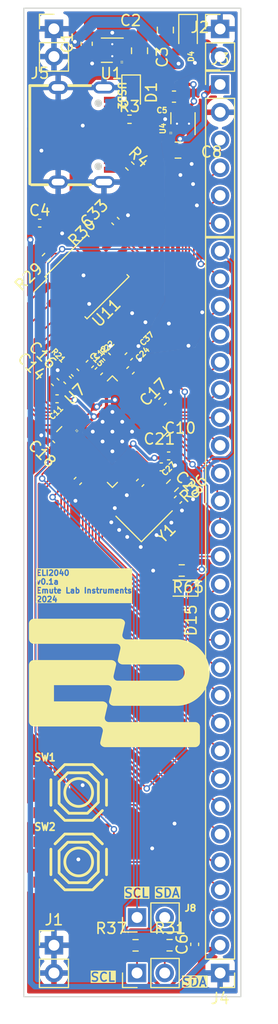
<source format=kicad_pcb>
(kicad_pcb (version 20240108) (generator "pcbnew") (generator_version "8.0")
  (layers (0 "F.Cu" signal) (31 "B.Cu" signal) (34 "B.Paste" user) (35 "F.Paste" user) (36 "B.SilkS" user "B.Silkscreen") (37 "F.SilkS" user "F.Silkscreen") (38 "B.Mask" user) (39 "F.Mask" user) (44 "Edge.Cuts" user))
  (net 0 "")
  (net 1 "GND")
  (net 2 "+12V")
  (net 3 "+3V3")
  (net 4 "/GPIO26_ADC0")
  (net 5 "/+3V3_SIG")
  (net 6 "+1V1")
  (net 7 "/XIN")
  (net 8 "Net-(C28-Pad1)")
  (net 9 "/VBUS")
  (net 10 "/USB_D+")
  (net 11 "/USB_D-")
  (net 12 "/GPIO4_SDA")
  (net 13 "/GPIO1_SCL")
  (net 14 "/BOOTSEL")
  (net 17 "/GPIO22_TEST_LED")
  (net 18 "/GPIO14")
  (net 19 "Net-(U7-USB_DP)")
  (net 20 "Net-(U7-USB_DM)")
  (net 21 "/GPIO17")
  (net 22 "/GPIO19")
  (net 23 "/GPIO25")
  (net 24 "/GPIO11")
  (net 25 "/GPIO12")
  (net 26 "/GPIO6")
  (net 27 "/QSPI_SS")
  (net 28 "/GPIO10")
  (net 29 "/GPIO24")
  (net 30 "/GPIO8")
  (net 31 "/GPIO16")
  (net 32 "/XOUT")
  (net 33 "/GPIO5")
  (net 34 "/GPIO23")
  (net 35 "/GPIO9")
  (net 36 "/RUN")
  (net 37 "/GPIO18")
  (net 38 "/GPIO13")
  (net 39 "Net-(D15-A)")
  (net 40 "/GPIO7")
  (net 41 "/GPIO15")
  (net 42 "/GPIO0")
  (net 43 "/GPIO20")
  (net 44 "/GPIO2")
  (net 45 "/GPIO21")
  (net 46 "/GPIO27_ADC1")
  (net 47 "/GPIO28_ADC2")
  (net 48 "/GPIO29_ADC3")
  (net 49 "/QSPI_SD3")
  (net 50 "/QSPI_SCLK")
  (net 51 "/QSPI_SD0")
  (net 52 "/QSPI_SD2")
  (net 53 "/QSPI_SD1")
  (net 54 "/GPIO3")
  (net 55 "Net-(USB2-CC1)")
  (net 56 "Net-(USB2-CC2)")
  (net 59 "12V_IN")
  (footprint "Capacitor_SMD:C_0402_1005Metric" (layer "F.Cu") (at 221.19 121.84 90)
    (property "Reference" "C6")
    (property "Value" "100n")
  )
  (footprint "Connector_PinHeader_2.54mm:PinHeader_1x06_P2.54mm_Vertical" (layer "F.Cu") (at 223.52 43.18)
    (property "Reference" "J3")
    (property "Value" "ADCs Header")
  )
  (footprint "emutelab:SW-SMD_4P-L5.1-W5.1-P3.70-LS6.5-TL-2" (layer "F.Cu") (at 210.55 114.3)
    (property "Reference" "SW2")
    (property "Value" "TS-1187A-B-A-B")
  )
  (footprint "Connector_PinHeader_2.54mm:PinHeader_1x02_P2.54mm_Vertical" (layer "F.Cu") (at 208.28 121.92)
    (property "Reference" "J1")
    (property "Value" "GND1")
  )
  (footprint "Capacitor_SMD:C_0402_1005Metric" (layer "F.Cu") (at 210.47 79.45 -135)
    (property "Reference" "C20" (hide yes))
    (property "Value" "100n")
  )
  (footprint "Resistor_SMD:R_0402_1005Metric" (layer "F.Cu") (at 215.24 50.64 -45)
    (property "Reference" "R4")
    (property "Value" "5.1k")
  )
  (footprint "emutelab:RP2040-QFN-56" (layer "F.Cu") (at 213.640523 74.936509 45)
    (property "Reference" "U7")
    (property "Value" "RP2040")
  )
  (footprint "Capacitor_SMD:C_0402_1005Metric" (layer "F.Cu") (at 218.8 77.16)
    (property "Reference" "C10")
    (property "Value" "100n")
  )
  (footprint "Resistor_SMD:R_0402_1005Metric" (layer "F.Cu") (at 207.59 59.01 45)
    (property "Reference" "R29")
    (property "Value" "1k")
  )
  (footprint "Capacitor_SMD:C_0402_1005Metric" (layer "F.Cu") (at 208.004881 76.124449 135)
    (property "Reference" "C18")
    (property "Value" "100n")
  )
  (footprint "Capacitor_SMD:C_0402_1005Metric" (layer "F.Cu") (at 208.56433 71.931306 180)
    (property "Reference" "C11")
    (property "Value" "100n")
  )
  (footprint "Capacitor_SMD:C_0402_1005Metric" (layer "F.Cu") (at 215.3 69.33 45)
    (property "Reference" "C24")
    (property "Value" "100n")
  )
  (footprint "Resistor_SMD:R_0603_1608Metric" (layer "F.Cu") (at 219.15 79.875 -135)
    (property "Reference" "R36")
    (property "Value" "1k")
  )
  (footprint "Connector_PinHeader_2.54mm:PinHeader_1x02_P2.54mm_Vertical" (layer "F.Cu") (at 215.9 119.38 90)
    (property "Reference" "J8")
    (property "Value" "Conn_02x01")
  )
  (footprint "Capacitor_SMD:C_0805_2012Metric_Pad1.18x1.45mm_HandSolder" (layer "F.Cu") (at 219.66 49.18)
    (property "Reference" "C8")
    (property "Value" "22u 0805 ")
  )
  (footprint "Resistor_SMD:R_0603_1608Metric" (layer "F.Cu") (at 218.885 121.92 180)
    (property "Reference" "R31")
    (property "Value" "1.5k")
  )
  (footprint "Capacitor_SMD:C_0402_1005Metric" (layer "F.Cu") (at 212.396015 69.399863 45)
    (property "Reference" "C12")
    (property "Value" "1u")
  )
  (footprint "Capacitor_SMD:C_0402_1005Metric" (layer "F.Cu") (at 211.570589 68.749411 -135)
    (property "Reference" "R22")
    (property "Value" "27")
  )
  (footprint "Diode_SMD:D_SOD-323" (layer "F.Cu") (at 215.36 43.92 -90)
    (property "Reference" "D1")
    (property "Value" "1N5819")
  )
  (footprint "Package_SON:WSON-6-1EP_2x2mm_P0.65mm_EP1x1.6mm_ThermalVias" (layer "F.Cu") (at 220.115 46.765 90)
    (property "Reference" "U4")
    (property "Value" "TLV76733DRVR")
  )
  (footprint "Resistor_SMD:R_0402_1005Metric" (layer "F.Cu") (at 215.21 46.36)
    (property "Reference" "R3")
    (property "Value" "5.1k")
  )
  (footprint "Resistor_SMD:R_0603_1608Metric" (layer "F.Cu") (at 220 87.64 180)
    (property "Reference" "R65")
    (property "Value" "1.5k")
  )
  (footprint "LED_SMD:LED_0603_1608Metric" (layer "F.Cu") (at 220.007501 89.25 180)
    (property "Reference" "D15")
    (property "Value" "LED Test")
  )
  (footprint "Connector_PinHeader_2.54mm:PinHeader_1x02_P2.54mm_Vertical" (layer "F.Cu") (at 208.28 38.085)
    (property "Reference" "J5")
    (property "Value" "GND2")
  )
  (footprint "Crystal:Crystal_SMD_3225-4Pin_3.2x2.5mm" (layer "F.Cu") (at 216.548223 82.428858 45)
    (property "Reference" "Y1")
    (property "Value" "YXC X322512MSB4SI")
  )
  (footprint "Connector_PinHeader_2.54mm:PinHeader_1x02_P2.54mm_Vertical" (layer "F.Cu") (at 223.52 38.1)
    (property "Reference" "J2")
    (property "Value" "Power Header")
  )
  (footprint "Capacitor_SMD:C_0603_1608Metric_Pad1.08x0.95mm_HandSolder" (layer "F.Cu") (at 211.28 39.455001 90)
    (property "Reference" "C1")
    (property "Value" "1u")
  )
  (footprint "Capacitor_SMD:C_0402_1005Metric" (layer "F.Cu") (at 213.920589 55.670589 -45)
    (property "Reference" "C33")
    (property "Value" "100n")
  )
  (footprint "Capacitor_SMD:C_0402_1005Metric" (layer "F.Cu") (at 213.119411 68.079411 135)
    (property "Reference" "C15")
    (property "Value" "1u")
  )
  (footprint "Capacitor_SMD:C_0805_2012Metric_Pad1.18x1.45mm_HandSolder" (layer "F.Cu") (at 216.13 40.0925 90)
    (property "Reference" "C2")
    (property "Value" "22u 0805 ")
  )
  (footprint "Capacitor_SMD:C_0805_2012Metric" (layer "F.Cu") (at 218.5 38.2 90)
    (property "Reference" "C3")
    (property "Value" "22u")
  )
  (footprint "Connector_PinHeader_2.54mm:PinHeader_1x27_P2.54mm_Vertical" (layer "F.Cu") (at 223.52 124.46 180)
    (property "Reference" "J4")
    (property "Value" "Conn_01x26")
  )
  (footprint "emutelab:USB-C-SMD_TYPE-C-6PIN-2MD-073" (layer "F.Cu") (at 211.04 47.78 -90)
    (property "Reference" "USB2")
    (property "Value" "TYPE-C_16PIN_2MD(073)")
    (fp_poly (pts (xy -2.54 -1.305) (xy -2.55713 -1.413156) (xy -2.606844 -1.510725) (xy -2.684275 -1.588156) (xy -2.781844 -1.63787) (xy -2.89 -1.655) (xy -2.998155 -1.63787) (xy -3.095725 -1.588156) (xy -3.173156 -1.510725) (xy -3.22287 -1.413156) (xy -3.24 -1.305) (xy -3.22287 -1.196844) (xy -3.173156 -1.099275) (xy -3.095725 -1.021844) (xy -2.998156 -0.97213) (xy -2.890001 -0.955) (xy -2.781844 -0.97213) (xy -2.684275 -1.021844) (xy -2.606844 -1.099275) (xy -2.557129 -1.196844)) (fill solid) (layer "Edge.Cuts"))
    (fp_poly (pts (xy 3.24 -1.305) (xy 3.22287 -1.413156) (xy 3.173156 -1.510725) (xy 3.095725 -1.588156) (xy 2.998155 -1.63787) (xy 2.89 -1.655) (xy 2.781844 -1.63787) (xy 2.684275 -1.588156) (xy 2.606844 -1.510725) (xy 2.55713 -1.413156) (xy 2.54 -1.305) (xy 2.557129 -1.196844) (xy 2.606844 -1.099275) (xy 2.684275 -1.021844) (xy 2.781844 -0.97213) (xy 2.890001 -0.955) (xy 2.998156 -0.97213) (xy 3.095725 -1.021844) (xy 3.173156 -1.099275) (xy 3.22287 -1.196844)) (fill solid) (layer "Edge.Cuts"))
  )
  (footprint "Capacitor_SMD:C_0402_1005Metric" (layer "F.Cu") (at 219.660589 81.164411 45)
    (property "Reference" "C28")
    (property "Value" "30p")
  )
  (footprint "Capacitor_SMD:C_0402_1005Metric" (layer "F.Cu") (at 208.39379 70.396883 135)
    (property "Reference" "C16")
    (property "Value" "100n")
  )
  (footprint "Capacitor_SMD:C_0402_1005Metric" (layer "F.Cu") (at 206.97 55.86)
    (property "Reference" "C4")
    (property "Value" "100n")
  )
  (footprint "Diode_SMD:D_SOD-323" (layer "F.Cu") (at 220.58 38.38 -90)
    (property "Reference" "D4")
    (property "Value" "1N5819")
  )
  (footprint "Capacitor_SMD:C_0603_1608Metric_Pad1.08x0.95mm_HandSolder" (layer "F.Cu") (at 219.29 44.290001)
    (property "Reference" "C5")
    (property "Value" "1u")
  )
  (footprint "Capacitor_SMD:C_0402_1005Metric" (layer "F.Cu") (at 216.185589 79.614411 -135)
    (property "Reference" "C27")
    (property "Value" "30p")
  )
  (footprint "Capacitor_SMD:C_0402_1005Metric" (layer "F.Cu") (at 215.14 68.06 45)
    (property "Reference" "C37")
    (property "Value" "100n")
  )
  (footprint "Connector_PinHeader_2.54mm:PinHeader_1x02_P2.54mm_Vertical" (layer "F.Cu") (at 215.9 124.46 90)
    (property "Reference" "J7")
    (property "Value" "Conn_02x01")
  )
  (footprint "Capacitor_SMD:C_0402_1005Metric" (layer "F.Cu") (at 210.218127 69.534214 -45)
    (property "Reference" "R21")
    (property "Value" "27")
  )
  (footprint "Capacitor_SMD:C_01005_0402Metric" (layer "F.Cu") (at 210.15 56.02 -135)
    (property "Reference" "R30")
    (property "Value" "DNF")
  )
  (footprint "emutelab:SW-SMD_4P-L5.1-W5.1-P3.70-LS6.5-TL-2" (layer "F.Cu") (at 210.55 107.946)
    (property "Reference" "SW1")
    (property "Value" "TS-1187A-B-A-B")
  )
  (footprint "Package_SON:WSON-6-1EP_2x2mm_P0.65mm_EP1x1.6mm_ThermalVias" (layer "F.Cu") (at 213.63 40.0425 180)
    (property "Reference" "U1")
    (property "Value" "TLV76733DRVR")
  )
  (footprint "Capacitor_SMD:C_0402_1005Metric" (layer "F.Cu") (at 209.521626 70.216572 135)
    (property "Reference" "C14")
    (property "Value" "100n")
  )
  (footprint "Resistor_SMD:R_0603_1608Metric" (layer "F.Cu") (at 215.765 121.93)
    (property "Reference" "R37")
    (property "Value" "1.5k")
  )
  (footprint "Package_SO:SOIC-8_5.23x5.23mm_P1.27mm" (layer "F.Cu") (at 211.31 60.76 45)
    (property "Reference" "U11")
    (property "Value" "W25Q128JVS")
  )
  (footprint "Capacitor_SMD:C_0402_1005Metric" (layer "F.Cu") (at 218.12 78.16)
    (property "Reference" "C21")
    (property "Value" "100n")
  )
  (footprint "Capacitor_SMD:C_0402_1005Metric" (layer "F.Cu") (at 218.229411 72.160589 45)
    (property "Reference" "C17")
    (property "Value" "100n")
  )
  (gr_poly (pts (xy 214.356173 92.050591) (xy 214.379782 92.052344) (xy 214.403345 92.055232) (xy 214.426801 92.059228) (xy 214.450087 92.064302) (xy 214.473144 92.070427) (xy 214.495907 92.077575) (xy 214.518318 92.085719) (xy 214.540312 92.09483) (xy 214.56183 92.104881) (xy 214.582808 92.115843) (xy 214.603187 92.127688) (xy 214.622903 92.14039) (xy 214.641896 92.153919) (xy 214.660104 92.168249) (xy 214.677465 92.18335) (xy 214.693917 92.199196) (xy 214.709399 92.215757) (xy 214.72385 92.233008) (xy 214.737207 92.250918) (xy 214.749409 92.269461) (xy 214.760394 92.288609) (xy 214.770102 92.308333) (xy 214.778469 92.328606) (xy 214.785435 92.3494) (xy 214.790938 92.370687) (xy 214.794917 92.39244) (xy 214.797308 92.414629) (xy 214.798052 92.437228) (xy 214.797087 92.460208) (xy 214.79435 92.483541) (xy 214.78978 92.5072) (xy 214.561181 93.48563) (xy 214.55778 93.508955) (xy 214.555599 93.531982) (xy 214.554613 93.554681) (xy 214.554798 93.577023) (xy 214.55613 93.59898) (xy 214.558586 93.620522) (xy 214.56214 93.641621) (xy 214.56677 93.662247) (xy 214.572451 93.682371) (xy 214.579159 93.701965) (xy 214.58687 93.721) (xy 214.59556 93.739446) (xy 214.605205 93.757275) (xy 214.615781 93.774457) (xy 214.627264 93.790964) (xy 214.639629 93.806767) (xy 214.652854 93.821837) (xy 214.666913 93.836144) (xy 214.681783 93.84966) (xy 214.69744 93.862356) (xy 214.71386 93.874202) (xy 214.731019 93.885171) (xy 214.748892 93.895232) (xy 214.767456 93.904357) (xy 214.786686 93.912517) (xy 214.806559 93.919684) (xy 214.827051 93.925827) (xy 214.848137 93.930918) (xy 214.869793 93.934928) (xy 214.891997 93.937828) (xy 214.914722 93.93959) (xy 214.937946 93.940183) (xy 219.521059 93.940183) (xy 219.677224 93.944146) (xy 219.831364 93.955907) (xy 219.983286 93.975273) (xy 220.132799 94.00205) (xy 220.279711 94.036048) (xy 220.423828 94.077073) (xy 220.564959 94.124932) (xy 220.702911 94.179433) (xy 220.837492 94.240383) (xy 220.968509 94.30759) (xy 221.095771 94.380861) (xy 221.219085 94.460003) (xy 221.338258 94.544824) (xy 221.453098 94.635131) (xy 221.563413 94.730731) (xy 221.669011 94.831432) (xy 221.769699 94.937042) (xy 221.865285 95.047367) (xy 221.955577 95.162215) (xy 222.040381 95.281393) (xy 222.119507 95.404709) (xy 222.192761 95.531971) (xy 222.259952 95.662984) (xy 222.320886 95.797558) (xy 222.375372 95.935499) (xy 222.423217 96.076614) (xy 222.464229 96.220712) (xy 222.498216 96.367599) (xy 222.524984 96.517082) (xy 222.544343 96.66897) (xy 222.556099 96.823069) (xy 222.560061 96.979187) (xy 222.556098 97.135304) (xy 222.544337 97.289399) (xy 222.524972 97.441279) (xy 222.498194 97.590753) (xy 222.464196 97.737628) (xy 222.423171 97.881711) (xy 222.375312 98.022811) (xy 222.320811 98.160734) (xy 222.259861 98.295288) (xy 222.192654 98.426281) (xy 222.119384 98.553521) (xy 222.040241 98.676814) (xy 221.955421 98.795969) (xy 221.865114 98.910793) (xy 221.769513 99.021093) (xy 221.668812 99.126678) (xy 221.563203 99.227354) (xy 221.452878 99.32293) (xy 221.33803 99.413213) (xy 221.218851 99.49801) (xy 221.095535 99.57713) (xy 220.968274 99.650379) (xy 220.83726 99.717565) (xy 220.702687 99.778495) (xy 220.564746 99.832979) (xy 220.423631 99.880822) (xy 220.279534 99.921832) (xy 220.132647 99.955818) (xy 219.983164 99.982586) (xy 219.831276 100.001945) (xy 219.677177 100.013701) (xy 219.521059 100.017662) (xy 213.794417 100.017662) (xy 213.770823 100.017073) (xy 213.74721 100.015324) (xy 213.72364 100.012443) (xy 213.700175 100.008457) (xy 213.676877 100.003393) (xy 213.653808 99.997281) (xy 213.63103 99.990146) (xy 213.608605 99.982018) (xy 213.586595 99.972923) (xy 213.565061 99.962888) (xy 213.544066 99.951943) (xy 213.523671 99.940113) (xy 213.503938 99.927428) (xy 213.48493 99.913914) (xy 213.466708 99.899599) (xy 213.449334 99.88451) (xy 213.43287 99.868676) (xy 213.417378 99.852124) (xy 213.40292 99.834882) (xy 213.389558 99.816976) (xy 213.377353 99.798436) (xy 213.366368 99.779287) (xy 213.356665 99.759559) (xy 213.348305 99.739279) (xy 213.34135 99.718473) (xy 213.335862 99.697171) (xy 213.331904 99.675399) (xy 213.329537 99.653185) (xy 213.328822 99.630556) (xy 213.329823 99.607541) (xy 213.332601 99.584167) (xy 213.337217 99.560462) (xy 213.565287 98.584148) (xy 213.568784 98.560723) (xy 213.571055 98.537597) (xy 213.572125 98.5148) (xy 213.572017 98.492359) (xy 213.570756 98.470305) (xy 213.568366 98.448667) (xy 213.56487 98.427473) (xy 213.560293 98.406753) (xy 213.554659 98.386536) (xy 213.547991 98.366852) (xy 213.540314 98.347729) (xy 213.531652 98.329196) (xy 213.522029 98.311283) (xy 213.511468 98.294019) (xy 213.499995 98.277433) (xy 213.487632 98.261555) (xy 213.474404 98.246412) (xy 213.460335 98.232036) (xy 213.44545 98.218454) (xy 213.429771 98.205695) (xy 213.413323 98.19379) (xy 213.39613 98.182767) (xy 213.378217 98.172656) (xy 213.359607 98.163485) (xy 213.340323 98.155284) (xy 213.320391 98.148081) (xy 213.299835 98.141907) (xy 213.278677 98.13679) (xy 213.256943 98.132759) (xy 213.234656 98.129844) (xy 213.21184 98.128073) (xy 213.18852 98.127477) (xy 208.281557 98.127477) (xy 208.281557 99.612319) (xy 212.71809 99.612319) (xy 212.741683 99.612909) (xy 212.765292 99.614663) (xy 212.788855 99.617551) (xy 212.812311 99.621546) (xy 212.835598 99.62662) (xy 212.858654 99.632745) (xy 212.881418 99.639894) (xy 212.903828 99.648038) (xy 212.925822 99.657149) (xy 212.94734 99.667199) (xy 212.968319 99.678161) (xy 212.988697 99.690007) (xy 213.008414 99.702709) (xy 213.027406 99.716238) (xy 213.045614 99.730568) (xy 213.062975 99.745669) (xy 213.079427 99.761515) (xy 213.094909 99.778077) (xy 213.10936 99.795327) (xy 213.122717 99.813237) (xy 213.134919 99.83178) (xy 213.145905 99.850928) (xy 213.155612 99.870653) (xy 213.16398 99.890926) (xy 213.170946 99.91172) (xy 213.176449 99.933007) (xy 213.180427 99.954759) (xy 213.182819 99.976948) (xy 213.183563 99.999547) (xy 213.182597 100.022527) (xy 213.17986 100.04586) (xy 213.175291 100.069519) (xy 212.946691 101.047948) (xy 212.943289 101.071273) (xy 212.941103 101.0943) (xy 212.94011 101.116999) (xy 212.940286 101.139342) (xy 212.941608 101.161299) (xy 212.944051 101.182841) (xy 212.947591 101.20394) (xy 212.952206 101.224566) (xy 212.957871 101.24469) (xy 212.964563 101.264284) (xy 212.972257 101.283319) (xy 212.980931 101.301765) (xy 212.99056 101.319594) (xy 213.001121 101.336776) (xy 213.012589 101.353284) (xy 213.024942 101.369086) (xy 213.038155 101.384156) (xy 213.052205 101.398463) (xy 213.067067 101.411979) (xy 213.082719 101.424675) (xy 213.099136 101.436521) (xy 213.116295 101.44749) (xy 213.134172 101.457551) (xy 213.152744 101.466676) (xy 213.171985 101.474837) (xy 213.191874 101.482003) (xy 213.212386 101.488146) (xy 213.233496 101.493237) (xy 213.255183 101.497247) (xy 213.277421 101.500148) (xy 213.300187 101.501909) (xy 213.323458 101.502503) (xy 221.216506 101.502503) (xy 221.239981 101.503099) (xy 221.263156 101.50487) (xy 221.286003 101.507785) (xy 221.308492 101.511817) (xy 221.330594 101.516935) (xy 221.352279 101.523111) (xy 221.373519 101.530315) (xy 221.394283 101.538519) (xy 221.414542 101.547693) (xy 221.434268 101.557809) (xy 221.45343 101.568837) (xy 221.471999 101.580749) (xy 221.489947 101.593515) (xy 221.507243 101.607105) (xy 221.523858 101.621492) (xy 221.539763 101.636646) (xy 221.554928 101.652538) (xy 221.569325 101.669139) (xy 221.582924 101.686419) (xy 221.595695 101.70435) (xy 221.607609 101.722903) (xy 221.618637 101.742049) (xy 221.628749 101.761758) (xy 221.637916 101.782001) (xy 221.646109 101.80275) (xy 221.653298 101.823975) (xy 221.659454 101.845648) (xy 221.664548 101.867739) (xy 221.66855 101.890218) (xy 221.67143 101.913058) (xy 221.673161 101.936229) (xy 221.673711 101.959702) (xy 221.673711 103.341887) (xy 221.673113 103.365313) (xy 221.671338 103.388444) (xy 221.668416 103.411249) (xy 221.664375 103.433699) (xy 221.659246 103.455765) (xy 221.653058 103.477418) (xy 221.645839 103.498627) (xy 221.63762 103.519365) (xy 221.62843 103.539601) (xy 221.618298 103.559307) (xy 221.607253 103.578452) (xy 221.595325 103.597007) (xy 221.582543 103.614943) (xy 221.568937 103.632232) (xy 221.554535 103.648842) (xy 221.539368 103.664746) (xy 221.523465 103.679913) (xy 221.506854 103.694314) (xy 221.489566 103.70792) (xy 221.47163 103.720702) (xy 221.453074 103.73263) (xy 221.433929 103.743674) (xy 221.414224 103.753807) (xy 221.393987 103.762997) (xy 221.37325 103.771216) (xy 221.35204 103.778434) (xy 221.330387 103.784623) (xy 221.308321 103.789752) (xy 221.285871 103.793792) (xy 221.263066 103.796715) (xy 221.239935 103.79849) (xy 221.216509 103.799088) (xy 212.986381 103.799088) (xy 212.986182 103.799082) (xy 212.985982 103.799065) (xy 212.985781 103.799039) (xy 212.985578 103.799005) (xy 212.985161 103.79892) (xy 212.984726 103.798823) (xy 212.984266 103.798726) (xy 212.984025 103.798681) (xy 212.983775 103.798641) (xy 212.983516 103.798607) (xy 212.983247 103.798581) (xy 212.982967 103.798564) (xy 212.982676 103.798558) (xy 212.959235 103.797781) (xy 212.935783 103.795866) (xy 212.912382 103.792838) (xy 212.889092 103.788725) (xy 212.865974 103.783555) (xy 212.843089 103.777353) (xy 212.820498 103.770147) (xy 212.798261 103.761963) (xy 212.77644 103.75283) (xy 212.755095 103.742772) (xy 212.734288 103.731819) (xy 212.714078 103.719996) (xy 212.694527 103.70733) (xy 212.675696 103.693849) (xy 212.657646 103.679579) (xy 212.640437 103.664547) (xy 212.62413 103.64878) (xy 212.608786 103.632306) (xy 212.594467 103.61515) (xy 212.581232 103.597341) (xy 212.569143 103.578904) (xy 212.55826 103.559867) (xy 212.548645 103.540257) (xy 212.540358 103.520101) (xy 212.53346 103.499425) (xy 212.528012 103.478257) (xy 212.524074 103.456624) (xy 212.521708 103.434552) (xy 212.520975 103.412068) (xy 212.521935 103.3892) (xy 212.524649 103.365974) (xy 212.529179 103.342417) (xy 212.529179 103.341887) (xy 212.75778 102.364517) (xy 212.761228 102.341142) (xy 212.763455 102.318066) (xy 212.764483 102.295317) (xy 212.764336 102.272926) (xy 212.76304 102.250921) (xy 212.760617 102.22933) (xy 212.757091 102.208184) (xy 212.752488 102.187511) (xy 212.74683 102.16734) (xy 212.740142 102.147701) (xy 212.732448 102.128622) (xy 212.723772 102.110133) (xy 212.714138 102.092262) (xy 212.70357 102.075039) (xy 212.692092 102.058492) (xy 212.679727 102.042652) (xy 212.666501 102.027546) (xy 212.652437 102.013204) (xy 212.637559 101.999655) (xy 212.621891 101.986928) (xy 212.605457 101.975052) (xy 212.588282 101.964057) (xy 212.570389 101.95397) (xy 212.551801 101.944822) (xy 212.532545 101.936642) (xy 212.512642 101.929457) (xy 212.492118 101.923299) (xy 212.470996 101.918195) (xy 212.4493 101.914174) (xy 212.427055 101.911266) (xy 212.404285 101.9095) (xy 212.381013 101.908905) (xy 206.442176 101.908905) (xy 206.41875 101.908307) (xy 206.395619 101.906532) (xy 206.372814 101.90361) (xy 206.350364 101.899569) (xy 206.328298 101.89444) (xy 206.306645 101.888252) (xy 206.285436 101.881033) (xy 206.264698 101.872814) (xy 206.244462 101.863624) (xy 206.224757 101.853492) (xy 206.205612 101.842447) (xy 206.187056 101.830519) (xy 206.16912 101.817737) (xy 206.151831 101.804131) (xy 206.135221 101.78973) (xy 206.119318 101.774562) (xy 206.10415 101.758659) (xy 206.089749 101.742049) (xy 206.076143 101.72476) (xy 206.063361 101.706824) (xy 206.051433 101.688268) (xy 206.040389 101.669123) (xy 206.030256 101.649418) (xy 206.021066 101.629182) (xy 206.012847 101.608444) (xy 206.005629 101.587235) (xy 205.99944 101.565582) (xy 205.994311 101.543516) (xy 205.990271 101.521066) (xy 205.987348 101.498261) (xy 205.985574 101.475131) (xy 205.984975 101.451705) (xy 205.984975 96.288097) (xy 205.985574 96.264671) (xy 205.987348 96.24154) (xy 205.990271 96.218736) (xy 205.994311 96.196286) (xy 205.99944 96.17422) (xy 206.005629 96.152567) (xy 206.012847 96.131357) (xy 206.021066 96.11062) (xy 206.030256 96.090383) (xy 206.040389 96.070678) (xy 206.051433 96.051533) (xy 206.063361 96.032978) (xy 206.076143 96.015041) (xy 206.089749 95.997753) (xy 206.10415 95.981142) (xy 206.119318 95.965239) (xy 206.135221 95.950072) (xy 206.151831 95.935671) (xy 206.16912 95.922064) (xy 206.187056 95.909283) (xy 206.205612 95.897355) (xy 206.224757 95.88631) (xy 206.244462 95.876178) (xy 206.264698 95.866987) (xy 206.285436 95.858768) (xy 206.306645 95.85155) (xy 206.328298 95.845361) (xy 206.350364 95.840232) (xy 206.372814 95.836192) (xy 206.395619 95.833269) (xy 206.41875 95.831494) (xy 206.442176 95.830896) (xy 213.524541 95.830896) (xy 213.548134 95.831487) (xy 213.571743 95.83324) (xy 213.595306 95.836129) (xy 213.618762 95.840124) (xy 213.642049 95.845198) (xy 213.665105 95.851323) (xy 213.687869 95.858471) (xy 213.710279 95.866615) (xy 213.732274 95.875726) (xy 213.753791 95.885777) (xy 213.77477 95.896739) (xy 213.795149 95.908585) (xy 213.814865 95.921286) (xy 213.833858 95.934816) (xy 213.852065 95.949145) (xy 213.869426 95.964247) (xy 213.885879 95.980092) (xy 213.901361 95.996654) (xy 213.915811 96.013904) (xy 213.929168 96.031815) (xy 213.941371 96.050358) (xy 213.952356 96.069506) (xy 213.962063 96.08923) (xy 213.970431 96.109503) (xy 213.977397 96.130297) (xy 213.9829 96.151584) (xy 213.986878 96.173337) (xy 213.98927 96.195526) (xy 213.990014 96.218125) (xy 213.989048 96.241104) (xy 213.986312 96.264438) (xy 213.981742 96.288097) (xy 213.753142 97.266525) (xy 213.749742 97.289851) (xy 213.74756 97.312878) (xy 213.746574 97.335577) (xy 213.746759 97.357919) (xy 213.748091 97.379876) (xy 213.750547 97.401418) (xy 213.754101 97.422517) (xy 213.758731 97.443143) (xy 213.764412 97.463268) (xy 213.77112 97.482862) (xy 213.778831 97.501896) (xy 213.787521 97.520342) (xy 213.797166 97.538171) (xy 213.807742 97.555353) (xy 213.819225 97.57186) (xy 213.83159 97.587663) (xy 213.844815 97.602733) (xy 213.858874 97.61704) (xy 213.873745 97.630556) (xy 213.889402 97.643251) (xy 213.905821 97.655098) (xy 213.92298 97.666066) (xy 213.940853 97.676127) (xy 213.959417 97.685253) (xy 213.978647 97.693413) (xy 213.998521 97.700579) (xy 214.019012 97.706722) (xy 214.040098 97.711813) (xy 214.061755 97.715823) (xy 214.083958 97.718724) (xy 214.106684 97.720485) (xy 214.129908 97.721079) (xy 219.52 97.721079) (xy 219.558166 97.72011) (xy 219.595834 97.717235) (xy 219.632959 97.712501) (xy 219.669494 97.705955) (xy 219.705392 97.697645) (xy 219.740606 97.687617) (xy 219.775089 97.675919) (xy 219.808793 97.662598) (xy 219.841674 97.647701) (xy 219.873682 97.631275) (xy 219.904772 97.613368) (xy 219.934896 97.594026) (xy 219.964008 97.573298) (xy 219.992061 97.551229) (xy 220.019008 97.527868) (xy 220.044801 97.503261) (xy 220.069395 97.477456) (xy 220.092742 97.450499) (xy 220.114795 97.422439) (xy 220.135507 97.393322) (xy 220.154832 97.363195) (xy 220.172723 97.332106) (xy 220.189132 97.300101) (xy 220.204013 97.267228) (xy 220.217319 97.233535) (xy 220.229003 97.199068) (xy 220.239019 97.163874) (xy 220.247318 97.128001) (xy 220.253855 97.091496) (xy 220.258582 97.054406) (xy 220.261452 97.016778) (xy 220.26242 96.978659) (xy 220.261451 96.940494) (xy 220.258576 96.902826) (xy 220.253842 96.865701) (xy 220.247296 96.829166) (xy 220.238986 96.793268) (xy 220.228958 96.758054) (xy 220.21726 96.723571) (xy 220.203938 96.689867) (xy 220.189041 96.656987) (xy 220.172615 96.624978) (xy 220.154708 96.593888) (xy 220.135367 96.563764) (xy 220.114638 96.534652) (xy 220.092569 96.506599) (xy 220.069208 96.479652) (xy 220.044601 96.453858) (xy 220.018796 96.429264) (xy 219.991839 96.405917) (xy 219.963779 96.383864) (xy 219.934661 96.363152) (xy 219.904535 96.343826) (xy 219.873445 96.325936) (xy 219.841441 96.309526) (xy 219.808568 96.294645) (xy 219.774875 96.281339) (xy 219.740408 96.269655) (xy 219.705214 96.25964) (xy 219.669341 96.25134) (xy 219.632836 96.244804) (xy 219.595746 96.240076) (xy 219.558119 96.237206) (xy 219.52 96.236238) (xy 214.600338 96.236238) (xy 214.576744 96.235648) (xy 214.55313 96.233894) (xy 214.529561 96.231006) (xy 214.506096 96.227011) (xy 214.482798 96.221937) (xy 214.459729 96.215812) (xy 214.436951 96.208663) (xy 214.414526 96.200519) (xy 214.392516 96.191408) (xy 214.370982 96.181358) (xy 214.349987 96.170396) (xy 214.329592 96.15855) (xy 214.309859 96.145848) (xy 214.290851 96.132319) (xy 214.272629 96.117989) (xy 214.255255 96.102888) (xy 214.238791 96.087042) (xy 214.223299 96.07048) (xy 214.208841 96.05323) (xy 214.195479 96.03532) (xy 214.183274 96.016777) (xy 214.172289 95.997629) (xy 214.162585 95.977904) (xy 214.154225 95.957631) (xy 214.14727 95.936837) (xy 214.141783 95.91555) (xy 214.137824 95.893798) (xy 214.135457 95.871609) (xy 214.134743 95.84901) (xy 214.135744 95.82603) (xy 214.138521 95.802697) (xy 214.143137 95.779038) (xy 214.371209 94.802725) (xy 214.374706 94.7793) (xy 214.376977 94.756174) (xy 214.378047 94.733376) (xy 214.377939 94.710936) (xy 214.376678 94.688882) (xy 214.374288 94.667243) (xy 214.370792 94.64605) (xy 214.366215 94.62533) (xy 214.36058 94.605113) (xy 214.353913 94.585428) (xy 214.346236 94.566305) (xy 214.337573 94.547773) (xy 214.32795 94.52986) (xy 214.31739 94.512596) (xy 214.305916 94.49601) (xy 214.293553 94.480131) (xy 214.280325 94.464989) (xy 214.266257 94.450612) (xy 214.251371 94.43703) (xy 214.235692 94.424272) (xy 214.219244 94.412367) (xy 214.202052 94.401344) (xy 214.184138 94.391233) (xy 214.165528 94.382062) (xy 214.146245 94.37386) (xy 214.126313 94.366658) (xy 214.105756 94.360484) (xy 214.084598 94.355367) (xy 214.062864 94.351336) (xy 214.040577 94.348421) (xy 214.017762 94.34665) (xy 213.994442 94.346054) (xy 206.442176 94.346054) (xy 206.41875 94.345455) (xy 206.395619 94.34368) (xy 206.372814 94.340758) (xy 206.350364 94.336718) (xy 206.328298 94.331589) (xy 206.306645 94.3254) (xy 206.285436 94.318182) (xy 206.264698 94.309963) (xy 206.244462 94.300772) (xy 206.224757 94.29064) (xy 206.205612 94.279596) (xy 206.187056 94.267668) (xy 206.16912 94.254886) (xy 206.151831 94.24128) (xy 206.135221 94.226878) (xy 206.119318 94.211711) (xy 206.10415 94.195808) (xy 206.089749 94.179198) (xy 206.076143 94.161909) (xy 206.063361 94.143973) (xy 206.051433 94.125418) (xy 206.040389 94.106273) (xy 206.030256 94.086567) (xy 206.021066 94.066331) (xy 206.012847 94.045594) (xy 206.005629 94.024384) (xy 205.99944 94.002731) (xy 205.994311 93.980665) (xy 205.990271 93.958215) (xy 205.987348 93.93541) (xy 205.985574 93.91228) (xy 205.984975 93.888854) (xy 205.984975 92.5072) (xy 205.985574 92.483774) (xy 205.987348 92.460644) (xy 205.990271 92.437839) (xy 205.994311 92.415389) (xy 205.99944 92.393323) (xy 206.005629 92.37167) (xy 206.012847 92.35046) (xy 206.021066 92.329723) (xy 206.030256 92.309486) (xy 206.040389 92.289781) (xy 206.051433 92.270636) (xy 206.063361 92.252081) (xy 206.076143 92.234144) (xy 206.089749 92.216856) (xy 206.10415 92.200246) (xy 206.119318 92.184342) (xy 206.135221 92.169175) (xy 206.151831 92.154774) (xy 206.16912 92.141168) (xy 206.187056 92.128386) (xy 206.205612 92.116458) (xy 206.224757 92.105413) (xy 206.244462 92.095281) (xy 206.264698 92.086091) (xy 206.285436 92.077872) (xy 206.306645 92.070654) (xy 206.328298 92.064465) (xy 206.350364 92.059336) (xy 206.372814 92.055296) (xy 206.395619 92.052373) (xy 206.41875 92.050598) (xy 206.442176 92.05) (xy 214.33258 92.05)) (fill solid) (layer "F.SilkS"))
  (gr_rect (start 205.515 36.195) (end 225.425 126.635) (stroke (width 0.1)) (fill none) (layer "Edge.Cuts"))
  (gr_text "SDA" (at 219.94 125.75 0) (layer "F.SilkS" knockout) (effects (font (size 0.8 0.8)) (justify left bottom)))
  (gr_text "SDA" (at 217.45 117.61 0) (layer "F.SilkS" knockout) (effects (font (size 0.8 0.8)) (justify left bottom)))
  (gr_text "ELI2040\nv0.1a\nEmute Lab Instruments\n2024" (at 206.6 90.57 0) (layer "F.SilkS" knockout) (effects (font (size 0.5 0.5) (thickness 0.125) (bold yes)) (justify left bottom)))
  (gr_text "o" (at 219.090001 47.74 90) (layer "F.SilkS" knockout) (effects (font (size 0.2 0.2) (thickness 0.05)) (justify left bottom)))
  (gr_text "SCL\n" (at 214.64 117.62 0) (layer "F.SilkS" knockout) (effects (font (size 0.8 0.8)) (justify left bottom)))
  (gr_text "SCL\n" (at 211.56 125.31 0) (layer "F.SilkS" knockout) (effects (font (size 0.8 0.8)) (justify left bottom)))
  (gr_text "o" (at 210.352475 75.00722 45) (layer "F.SilkS" knockout) (effects (font (size 0.2 0.2) (thickness 0.05)) (justify left bottom)))
  (gr_text "o" (at 214.63 41.0425 180) (layer "F.SilkS" knockout) (effects (font (size 0.2 0.2) (thickness 0.05)) (justify left bottom)))
  (segment (start 215.639411 68.900589) (end 216.17 68.37) (width 0.3) (layer "F.Cu") (net 1))
  (segment (start 219.125 77.755) (end 219.39 78.02) (width 0.5) (layer "F.Cu") (net 1))
  (segment (start 219.005 77.755) (end 219.125 77.755) (width 0.5) (layer "F.Cu") (net 1))
  (segment (start 215.364096 78.074295) (end 215.846178 78.556377) (width 0.15) (layer "F.Cu") (net 1))
  (segment (start 212.78 67.74) (end 212.82 67.74) (width 0.3) (layer "F.Cu") (net 1))
  (segment (start 219.28 77.48) (end 219.28 77.16) (width 0.5) (layer "F.Cu") (net 1))
  (segment (start 218.6 78.16) (end 219.005 77.755) (width 0.5) (layer "F.Cu") (net 1))
  (segment (start 212.696875 67.823125) (end 212.78 67.74) (width 0.5) (layer "F.Cu") (net 1))
  (segment (start 212.735426 69.060452) (end 212.696875 69.021901) (width 0.5) (layer "F.Cu") (net 1))
  (segment (start 212.633054 40.0425) (end 212.7425 40.0425) (width 0.3) (layer "F.Cu") (net 1))
  (segment (start 212.7425 40.0425) (end 213.63 40.0425) (width 0.3) (layer "F.Cu") (net 1))
  (segment (start 211.781034 41.120687) (end 212.055 40.846722) (width 0.3) (layer "F.Cu") (net 1))
  (segment (start 212.055 40.620554) (end 212.633054 40.0425) (width 0.3) (layer "F.Cu") (net 1))
  (segment (start 218.568822 71.821178) (end 218.568822 71.705268) (width 0.15) (layer "F.Cu") (net 1))
  (segment (start 214.56 44.58) (end 214.68 44.46) (width 0.5) (layer "F.Cu") (net 1))
  (segment (start 218.568822 71.705268) (end 218.967045 71.307045) (width 0.15) (layer "F.Cu") (net 1))
  (segment (start 215.479411 67.660589) (end 216.03 67.11) (width 0.3) (layer "F.Cu") (net 1))
  (segment (start 208.08433 71.931306) (end 207.901363 71.748339) (width 0.3) (layer "F.Cu") (net 1))
  (segment (start 219.005 77.755) (end 219.28 77.48) (width 0.5) (layer "F.Cu") (net 1))
  (segment (start 207.901363 70.210488) (end 208.054379 70.057472) (width 0.3) (layer "F.Cu") (net 1))
  (segment (start 207.901363 71.748339) (end 207.901363 70.210488) (width 0.3) (layer "F.Cu") (net 1))
  (segment (start 220.115 45.877501) (end 220.115 44.3275) (width 0.3) (layer "F.Cu") (net 1))
  (segment (start 208.054379 70.057472) (end 208.054379 69.880695) (width 0.3) (layer "F.Cu") (net 1))
  (segment (start 215.846178 78.556377) (end 215.846178 79.953822) (width 0.15) (layer "F.Cu") (net 1))
  (segment (start 220.115 44.3275) (end 220.1525 44.29) (width 0.3) (layer "F.Cu") (net 1))
  (segment (start 210.25 81.26) (end 210.22 81.07) (width 0.3) (layer "F.Cu") (net 1))
  (segment (start 207.66547 75.785037) (end 207.152817 75.272385) (width 0.3) (layer "F.Cu") (net 1))
  (segment (start 212.696875 69.021901) (end 212.696875 67.823125) (width 0.5) (layer "F.Cu") (net 1))
  (segment (start 215.479411 67.720589) (end 215.479411 67.660589) (width 0.3) (layer "F.Cu") (net 1))
  (segment (start 210.130589 80.980589) (end 210.25 81.26) (width 0.3) (layer "F.Cu") (net 1))
  (segment (start 212.055 40.846722) (end 212.055 40.620554) (width 0.3) (layer "F.Cu") (net 1))
  (segment (start 210.130589 79.789411) (end 210.130589 80.980589) (width 0.3) (layer "F.Cu") (net 1))
  (segment (start 208.620064 69.31501) (end 209.182214 69.87716) (width 0.5) (layer "F.Cu") (net 1))
  (segment (start 217.927081 83.127081) (end 218.27 83.47) (width 0.5) (layer "F.Cu") (net 1))
  (segment (start 210.111454 64.652622) (end 211.512038 63.252038) (width 0.3) (layer "F.Cu") (net 1))
  (segment (start 212.82 67.74) (end 213.46 67.1) (width 0.3) (layer "F.Cu") (net 1))
  (segment (start 208.054379 69.880695) (end 208.620064 69.31501) (width 0.3) (layer "F.Cu") (net 1))
  (segment (start 213.415 44.58) (end 214.56 44.58) (width 0.5) (layer "F.Cu") (net 1))
  (segment (start 211.781035 41.257519) (end 211.781034 41.120687) (width 0.3) (layer "F.Cu") (net 1))
  (segment (start 209.450736 118.69) (end 210 118.69) (width 0.15) (layer "F.Cu") (net 1))
  (segment (start 213.63 39.4925) (end 213.63 38.4425) (width 0.3) (layer "F.Cu") (net 1))
  (segment (start 207.152817 75.272385) (end 207.117462 75.272384) (width 0.3) (layer "F.Cu") (net 1))
  (segment (start 217.927081 82.252081) (end 217.927081 83.127081) (width 0.5) (layer "F.Cu") (net 1))
  (segment (start 210.111454 64.652623) (end 210.111454 64.652622) (width 0.3) (layer "F.Cu") (net 1))
  (segment (start 215.639411 68.990589) (end 215.639411 68.900589) (width 0.3) (layer "F.Cu") (net 1))
  (via (at 209.03 56.8) (size 0.6) (drill 0.35) (layers "F.Cu" "B.Cu") (net 1))
  (via (at 214.68 44.46) (size 0.6) (drill 0.35) (layers "F.Cu" "B.Cu") (net 1))
  (via (at 216.24 85.49) (size 0.6) (drill 0.35) (layers "F.Cu" "B.Cu") (net 1))
  (via (at 213.46 67.1) (size 0.6) (drill 0.35) (layers "F.Cu" "B.Cu") (net 1))
  (via (at 214.26 83.93) (size 0.6) (drill 0.35) (layers "F.Cu" "B.Cu") (net 1))
  (via (at 221.21 41.2) (size 0.6) (drill 0.35) (layers "F.Cu" "B.Cu") (net 1))
  (via (at 207.13 49.23) (size 0.6) (drill 0.35) (layers "F.Cu" "B.Cu") (net 1))
  (via (at 210.52 114.07) (size 0.6) (drill 0.35) (layers "F.Cu" "B.Cu") (net 1))
  (via (at 216.67 64.93) (size 0.6) (drill 0.35) (layers "F.Cu" "B.Cu") (net 1))
  (via (at 218.48 46.35) (size 0.6) (drill 0.35) (layers "F.Cu" "B.Cu") (net 1))
  (via (at 217.38 87.65) (size 0.6) (drill 0.35) (layers "F.Cu" "B.Cu") (net 1))
  (via (at 217.69 84.4) (size 0.6) (drill 0.35) (layers "F.Cu" "B.Cu") (net 1))
  (via (at 221.39 54.24) (size 0.6) (drill 0.35) (layers "F.Cu" "B.Cu") (net 1))
  (via (at 210.99 60.64) (size 0.6) (drill 0.35) (layers "F.Cu" "B.Cu") (net 1))
  (via (at 213.54 83.23) (size 0.6) (drill 0.35) (layers "F.Cu" "B.Cu") (net 1))
  (via (at 218.967045 71.307045) (size 0.6) (drill 0.35) (layers "F.Cu" "B.Cu") (net 1))
  (via (at 221.04 81.12) (size 0.6) (drill 0.35) (layers "F.Cu" "B.Cu") (net 1))
  (via (at 220.91 50.45) (size 0.6) (drill 0.35) (layers "F.Cu" "B.Cu") (net 1))
  (via (at 219.34 110.79) (size 0.6) (drill 0.35) (layers "F.Cu" "B.Cu") (net 1))
  (via (at 216.17 68.37) (size 0.6) (drill 0.35) (layers "F.Cu" "B.Cu") (net 1))
  (via (at 217.29 113.06) (size 0.6) (drill 0.35) (layers "F.Cu" "B.Cu") (net 1))
  (via (at 219.05 83.26) (size 0.6) (drill 0.35) (layers "F.Cu" "B.Cu") (net 1))
  (via (at 215 84.57) (size 0.6) (drill 0.35) (layers "F.Cu" "B.Cu") (net 1))
  (via (at 220.02 82.15) (size 0.6) (drill 0.35) (layers "F.Cu" "B.Cu") (net 1))
  (via (at 207.117462 75.272384) (size 0.6) (drill 0.35) (layers "F.Cu" "B.Cu") (net 1))
  (via (at 211.781035 41.257519) (size 0.6) (drill 0.35) (layers "F.Cu" "B.Cu") (net 1))
  (via (at 213.86 81.93) (size 0.6) (drill 0.35) (layers "F.Cu" "B.Cu") (net 1))
  (via (at 210.25 81.26) (size 0.6) (drill 0.35) (layers "F.Cu" "B.Cu") (net 1))
  (via (at 216.03 67.11) (size 0.6) (drill 0.35) (layers "F.Cu" "B.Cu") (net 1))
  (via (at 215.45 64.1) (size 0.6) (drill 0.35) (layers "F.Cu" "B.Cu") (net 1))
  (via (at 218.82 65.05) (size 0.6) (drill 0.35) (layers "F.Cu" "B.Cu") (net 1))
  (via (at 215.07 55.14) (size 0.6) (drill 0.35) (layers "F.Cu" "B.Cu") (net 1))
  (via (at 219.88 51.46) (size 0.6) (drill 0.35) (layers "F.Cu" "B.Cu") (net 1))
  (via (at 213.63 38.4425) (size 0.6) (drill 0.35) (layers "F.Cu" "B.Cu") (net 1))
  (via (at 221.04 52.29) (size 0.6) (drill 0.35) (layers "F.Cu" "B.Cu") (net 1))
  (via (at 210.92 46.94) (size 0.6) (drill 0.35) (layers "F.Cu" "B.Cu") (net 1))
  (via (at 220.62 67.08) (size 0.6) (drill 0.35) (layers "F.Cu" "B.Cu") (net 1))
  (via (at 219.39 78.02) (size 0.6) (drill 0.35) (layers "F.Cu" "B.Cu") (net 1))
  (via (at 208.620064 69.31501) (size 0.6) (drill 0.35) (layers "F.Cu" "B.Cu") (net 1))
  (via (at 214.96 80.75) (size 0.6) (drill 0.35) (layers "F.Cu" "B.Cu") (net 1))
  (via (at 211.512038 63.252038) (size 0.6) (drill 0.35) (layers "F.Cu" "B.Cu") (net 1))
  (via (at 221.88 64.02) (size 0.6) (drill 0.35) (layers "F.Cu" "B.Cu") (net 1))
  (via (at 210.91 107.28) (size 0.6) (drill 0.35) (layers "F.Cu" "B.Cu") (net 1))
  (segment (start 219.465 45.327499) (end 218.4275 44.29) (width 0.3) (layer "F.Cu") (net 2))
  (segment (start 218.4 39.41) (end 218.5 39.41) (width 0.73) (layer "F.Cu") (net 2))
  (segment (start 218.427499 44.290001) (end 218.427499 41.28) (width 0.73) (layer "F.Cu") (net 2))
  (segment (start 212.7425 40.6925) (end 212.7425 41.144582) (width 0.3) (layer "F.Cu") (net 2))
  (segment (start 218.5 39.41) (end 220.58 37.33) (width 0.73) (layer "F.Cu") (net 2))
  (segment (start 221.11707 44.710454) (end 221.11707 44.812929) (width 0.3) (layer "F.Cu") (net 2))
  (segment (start 212.029563 41.857519) (end 211.532505 41.857519) (width 0.3) (layer "F.Cu") (net 2))
  (segment (start 218.427499 41.28) (end 219.7 41.28) (width 1) (layer "F.Cu") (net 2))
  (segment (start 211.181034 41.506048) (end 211.181034 40.416466) (width 0.3) (layer "F.Cu") (net 2))
  (segment (start 212.7425 41.144582) (end 212.029563 41.857519) (width 0.3) (layer "F.Cu") (net 2))
  (segment (start 211.532505 41.857519) (end 211.181034 41.506048) (width 0.3) (layer "F.Cu") (net 2))
  (segment (start 210.2 39.27) (end 210.232498 39.27) (width 0.73) (layer "F.Cu") (net 2))
  (segment (start 218.427499 41.28) (end 218.427499 39.437499) (width 0.73) (layer "F.Cu") (net 2))
  (segment (start 219.7 41.28) (end 219.71 41.27) (width 1) (layer "F.Cu") (net 2))
  (segment (start 216.837499 42.87) (end 218.427499 41.28) (width 0.3) (layer "F.Cu") (net 2))
  (segment (start 219.5475 43.17) (end 221.07 43.17) (width 0.3) (layer "F.Cu") (net 2))
  (segment (start 221.11707 44.812929) (end 220.764999 45.165) (width 0.3) (layer "F.Cu") (net 2))
  (segment (start 220.765 45.8775) (end 220.764999 45.165) (width 0.3) (layer "F.Cu") (net 2))
  (segment (start 219.465 45.8775) (end 219.465 45.327499) (width 0.3) (layer "F.Cu") (net 2))
  (segment (start 212.205 39.3925) (end 211.28 40.3175) (width 0.3) (layer "F.Cu") (net 2))
  (segment (start 212.7425 39.3925) (end 212.205 39.3925) (width 0.3) (layer "F.Cu") (net 2))
  (segment (start 210.232498 39.27) (end 211.28 40.317502) (width 0.73) (layer "F.Cu") (net 2))
  (segment (start 218.5 39.15) (end 218.31722 39.15) (width 1) (layer "F.Cu") (net 2))
  (segment (start 215.36 42.87) (end 216.837499 42.87) (width 0.3) (layer "F.Cu") (net 2))
  (segment (start 218.427499 39.437499) (end 218.4 39.41) (width 0.73) (layer "F.Cu") (net 2))
  (segment (start 211.181034 40.416466) (end 211.28 40.3175) (width 0.3) (layer "F.Cu") (net 2))
  (segment (start 218.4275 44.29) (end 219.5475 43.17) (width 0.3) (layer "F.Cu") (net 2))
  (via (at 221.07 43.17) (size 0.6) (drill 0.35) (layers "F.Cu" "B.Cu") (net 2))
  (via (at 221.11707 44.710454) (size 0.6) (drill 0.35) (layers "F.Cu" "B.Cu") (net 2))
  (via (at 219.71 41.27) (size 0.6) (drill 0.35) (layers "F.Cu" "B.Cu") (net 2))
  (via (at 210.2 39.27) (size 0.6) (drill 0.35) (layers "F.Cu" "B.Cu") (net 2))
  (segment (start 221.07 43.17) (end 221.07 44.663384) (width 0.3) (layer "B.Cu") (net 2))
  (segment (start 221.07 44.663384) (end 221.11707 44.710454) (width 0.3) (layer "B.Cu") (net 2))
  (segment (start 219.71 41.27) (end 215.9325 37.4925) (width 1) (layer "B.Cu") (net 2))
  (segment (start 211.9775 37.4925) (end 210.2 39.27) (width 1) (layer "B.Cu") (net 2))
  (segment (start 215.9325 37.4925) (end 211.9775 37.4925) (width 1) (layer "B.Cu") (net 2))
  (segment (start 217.146856 78.16) (end 217.64 78.16) (width 0.3) (layer "F.Cu") (net 3))
  (segment (start 210.334798 71.347942) (end 209.34485 71.347943) (width 0.15) (layer "F.Cu") (net 3))
  (segment (start 212.429067 77.562182) (end 211.916952 78.074297) (width 0.3) (layer "F.Cu") (net 3))
  (segment (start 211.634106 72.081566) (end 210.108524 70.555983) (width 0.15) (layer "F.Cu") (net 3))
  (segment (start 214.5175 40.0425) (end 214.5175 40.6925) (width 0.3) (layer "F.Cu") (net 3))
  (segment (start 209.85 53.41) (end 209.865 53.395) (width 0.3) (layer "F.Cu") (net 3))
  (segment (start 212.508546 56.867377) (end 210.900584 55.259416) (width 0.3) (layer "F.Cu") (net 3))
  (segment (start 212.462982 70.0895) (end 213.458822 69.09366) (width 0.15) (layer "F.Cu") (net 3))
  (segment (start 211.351264 72.364408) (end 210.334798 71.347942) (width 0.15) (layer "F.Cu") (net 3))
  (segment (start 210.900584 55.269416) (end 210.900584 55.259416) (width 0.3) (layer "F.Cu") (net 3))
  (segment (start 211.731334 73.02732) (end 211.731334 72.744478) (width 0.15) (layer "F.Cu") (net 3))
  (segment (start 210.880656 79.110589) (end 211.91695 78.074295) (width 0.3) (layer "F.Cu") (net 3))
  (segment (start 218.175 62.358604) (end 214.350589 66.183015) (width 0.3) (layer "F.Cu") (net 3))
  (segment (start 216.778309 73.212936) (end 217.491245 72.5) (width 0.15) (layer "F.Cu") (net 3))
  (segment (start 212.582436 77.6968) (end 212.447818 77.562182) (width 0.3) (layer "F.Cu") (net 3))
  (segment (start 213.385283 71.57) (end 213.64 71.57) (width 0.15) (layer "F.Cu") (net 3))
  (segment (start 217.491245 72.5) (end 217.89 72.5) (width 0.15) (layer "F.Cu") (net 3))
  (segment (start 218.013654 125.66) (end 217.29 124.936346) (width 0.3) (layer "F.Cu") (net 3))
  (segment (start 215.835128 76.848271) (end 217.146856 78.16) (width 0.3) (layer "F.Cu") (net 3))
  (segment (start 218.175 50.329744) (end 218.175 62.358604) (width 0.3) (layer "F.Cu") (net 3))
  (segment (start 214.350589 67.527055) (end 213.458822 68.418822) (width 0.3) (layer "F.Cu") (net 3))
  (segment (start 212.508546 56.40381) (end 213.581178 55.331178) (width 0.3) (layer "F.Cu") (net 3))
  (segment (start 215.37036 76.848271) (end 215.835128 76.848271) (width 0.3) (layer "F.Cu") (net 3))
  (segment (start 216.767064 73.212936) (end 216.06 73.92) (width 0.15) (layer "F.Cu") (net 3))
  (segment (start 217.7 45.38) (end 217.7 46.75) (width 0.3) (layer "F.Cu") (net 3))
  (segment (start 221.19 123.43) (end 218.96 125.66) (width 0.3) (layer "F.Cu") (net 3))
  (segment (start 212.765478 70.950195) (end 212.462982 70.647699) (width 0.15) (layer "F.Cu") (net 3))
  (segment (start 213.458822 69.09366) (end 213.458822 68.418822) (width 0.15) (layer "F.Cu") (net 3))
  (segment (start 214.232725 70.667352) (end 214.232725 70.397275) (width 0.3) (layer "F.Cu") (net 3))
  (segment (start 215.79 43.47) (end 217.7 45.38) (width 0.3) (layer "F.Cu") (net 3))
  (segment (start 210.326777 55.843223) (end 210.900584 55.269416) (width 0.3) (layer "F.Cu") (net 3))
  (segment (start 214.232725 70.397275) (end 214.960589 69.669411) (width 0.3) (layer "F.Cu") (net 3))
  (segment (start 206.065 57.33) (end 206.115 57.38) (width 0.5) (layer "F.Cu") (net 3))
  (segment (start 211.731334 72.744478) (end 211.678301 72.691445) (width 0.15) (layer "F.Cu") (net 3))
  (segment (start 206.065 47.175) (end 206.065 55.01) (width 0.5) (layer "F.Cu") (net 3))
  (segment (start 218.96 125.66) (end 218.013654 125.66) (width 0.3) (layer "F.Cu") (net 3))
  (segment (start 216.778309 73.212936) (end 216.767064 73.212936) (width 0.15) (layer "F.Cu") (net 3))
  (segment (start 216.59 121.93) (end 218.05 121.93) (width 0.3) (layer "F.Cu") (net 3))
  (segment (start 210.900584 55.259416) (end 209.85 54.208831) (width 0.3) (layer "F.Cu") (net 3))
  (segment (start 211.678301 72.691445) (end 211.634106 72.647251) (width 0.15) (layer "F.Cu") (net 3))
  (segment (start 217.735 46.785) (end 217.735 49.889744) (width 0.3) (layer "F.Cu") (net 3))
  (segment (start 206.49 55.435) (end 206.065 55.01) (width 0.5) (layer "F.Cu") (net 3))
  (segment (start 208.437082 44.802918) (end 206.065 47.175) (width 0.5) (layer "F.Cu") (net 3))
  (segment (start 214.03 42.505) (end 212.021497 42.505) (width 0.5) (layer "F.Cu") (net 3))
  (segment (start 209.34485 71.347943) (end 209.203427 71.20652) (width 0.15) (layer "F.Cu") (net 3))
  (segment (start 209.748861 75.009793) (end 211.731334 73.02732) (width 0.15) (layer "F.Cu") (net 3))
  (segment (start 215.405 41.13) (end 214.03 42.505) (width 0.5) (layer "F.Cu") (net 3))
  (segment (start 217.29 122.69) (end 218.06 121.92) (width 0.3) (layer "F.Cu") (net 3))
  (segment (start 223.12 122.32) (end 223.52 121.92) (width 0.5) (layer "F.Cu") (net 3))
  (segment (start 209.210499 71.20652) (end 209.203427 71.20652) (width 0.3) (layer "F.Cu") (net 3))
  (segment (start 214.5175 40.6925) (end 215.6925 40.6925) (width 0.3) (layer "F.Cu") (net 3))
  (segment (start 214.350589 66.183015) (end 214.350589 67.527055) (width 0.3) (layer "F.Cu") (net 3))
  (segment (start 212.447818 77.562182) (end 210.036852 75.151215) (width 0.3) (layer "F.Cu") (net 3))
  (segment (start 215.07352 43.47) (end 215.79 43.47) (width 0.3) (layer "F.Cu") (net 3))
  (segment (start 212.462982 70.647699) (end 212.462982 70.0895) (width 0.15) (layer "F.Cu") (net 3))
  (segment (start 208.344292 76.555784) (end 208.344292 76.46386) (width 0.3) (layer "F.Cu") (net 3))
  (segment (start 221.19 122.32) (end 223.12 122.32) (width 0.5) (layer "F.Cu") (net 3))
  (segment (start 210.809411 79.110589) (end 210.880656 79.110589) (width 0.3) (layer "F.Cu") (net 3))
  (segment (start 209.748861 75.151215) (end 209.748861 75.009793) (width 0.15) (layer "F.Cu") (net 3))
  (segment (start 212.765478 70.950195) (end 213.385283 71.57) (width 0.15) (layer "F.Cu") (net 3))
  (segment (start 209.865 53.395) (end 209.865 44.802918) (width 0.3) (layer "F.Cu") (net 3))
  (segment (start 212.508546 56.867377) (end 212.508546 56.40381) (width 0.3) (layer "F.Cu") (net 3))
  (segment (start 209.748861 75.151215) (end 209.371365 75.528711) (width 0.3) (layer "F.Cu") (net 3))
  (segment (start 214.835 43.23148) (end 215.07352 43.47) (width 0.3) (layer "F.Cu") (net 3))
  (segment (start 209.203427 71.20652) (end 208.733201 70.736294) (width 0.15) (layer "F.Cu") (net 3))
  (segment (start 210.036852 75.151215) (end 209.748861 75.151215) (width 0.3) (layer "F.Cu") (net 3))
  (segment (start 206.065 55.01) (end 206.065 57.33) (width 0.5) (layer "F.Cu") (net 3))
  (segment (start 216.13 41.13) (end 214.835 42.425) (width 0.3) (layer "F.Cu") (net 3))
  (segment (start 212.447818 77.562182) (end 212.429067 77.562182) (width 0.3) (layer "F.Cu") (net 3))
  (segment (start 217.7 46.75) (end 217.735 46.785) (width 0.3) (layer "F.Cu") (net 3))
  (segment (start 212.021497 42.505) (end 209.865 44.661497) (width 0.5) (layer "F.Cu") (net 3))
  (segment (start 218.05 121.93) (end 218.06 121.92) (width 0.3) (layer "F.Cu") (net 3))
  (segment (start 221.19 122.32) (end 221.19 123.43) (width 0.3) (layer "F.Cu") (net 3))
  (segment (start 215.6925 40.6925) (end 216.13 41.13) (width 0.3) (layer "F.Cu") (net 3))
  (segment (start 214.835 42.425) (end 214.835 43.23148) (width 0.3) (layer "F.Cu") (net 3))
  (segment (start 211.678301 72.691445) (end 211.351264 72.364408) (width 0.15) (layer "F.Cu") (net 3))
  (segment (start 214.312273 77.906358) (end 215.37036 76.848271) (width 0.3) (layer "F.Cu") (net 3))
  (segment (start 206.49 55.86) (end 206.49 55.435) (width 0.5) (layer "F.Cu") (net 3))
  (segment (start 209.865 44.661497) (end 209.865 44.802918) (width 0.5) (layer "F.Cu") (net 3))
  (segment (start 209.85 54.208831) (end 209.85 53.41) (width 0.3) (layer "F.Cu") (net 3))
  (segment (start 216.13 41.13) (end 215.405 41.13) (width 0.5) (layer "F.Cu") (net 3))
  (segment (start 217.29 124.936346) (end 217.29 122.69) (width 0.3) (layer "F.Cu") (net 3))
  (segment (start 212.582436 77.6968) (end 212.791994 77.906358) (width 0.3) (layer "F.Cu") (net 3))
  (segment (start 217.735 49.889744) (end 218.175 50.329744) (width 0.3) (layer "F.Cu") (net 3))
  (segment (start 211.779938 56.138769) (end 212.508546 56.867377) (width 0.3) (layer "F.Cu") (net 3))
  (segment (start 209.865 44.802918) (end 208.437082 44.802918) (width 0.5) (layer "F.Cu") (net 3))
  (segment (start 212.791994 77.906358) (end 214.312273 77.906358) (width 0.3) (layer "F.Cu") (net 3))
  (via (at 206.115 57.38) (size 0.6) (drill 0.35) (layers "F.Cu" "B.Cu") (net 3))
  (via (at 213.87 72.03) (size 0.6) (drill 0.35) (layers "F.Cu" "B.Cu") (net 3))
  (via (at 212.22 72.66) (size 0.6) (drill 0.35) (layers "F.Cu" "B.Cu") (net 3))
  (segment (start 213.74 72.16) (end 213.87 72.03) (width 0.3) (layer "B.Cu") (net 3))
  (segment (start 206.51 125.71) (end 219.77 125.71) (width 0.5) (layer "B.Cu") (net 3))
  (segment (start 206.115 125.315) (end 206.51 125.71) (width 0.5) (layer "B.Cu") (net 3))
  (segment (start 223.52 121.96) (end 223.52 121.92) (width 0.5) (layer "B.Cu") (net 3))
  (segment (start 212.22 72.66) (end 212.72 72.16) (width 0.3) (layer "B.Cu") (net 3))
  (segment (start 219.77 125.71) (end 223.52 121.96) (width 0.5) (layer "B.Cu") (net 3))
  (segment (start 206.115 57.38) (end 206.115 125.315) (width 0.5) (layer "B.Cu") (net 3))
  (segment (start 212.72 72.16) (end 213.74 72.16) (width 0.3) (layer "B.Cu") (net 3))
  (segment (start 221.11 65.79) (end 221.11 57.06) (width 0.15) (layer "F.Cu") (net 4))
  (segment (start 217.59499 69.567829) (end 217.59499 69.30501) (width 0.15) (layer "F.Cu") (net 4))
  (segment (start 217.59499 69.30501) (end 221.11 65.79) (width 0.15) (layer "F.Cu") (net 4))
  (segment (start 221.11 57.06) (end 222.29 55.88) (width 0.15) (layer "F.Cu") (net 4))
  (segment (start 215.364096 71.798723) (end 217.59499 69.567829) (width 0.15) (layer "F.Cu") (net 4))
  (segment (start 222.29 55.88) (end 223.52 55.88) (width 0.15) (layer "F.Cu") (net 4))
  (segment (start 216.17 66.51) (end 215.781471 66.51) (width 0.3) (layer "F.Cu") (net 5))
  (segment (start 219.85 48.15) (end 219.6525 48.15) (width 0.5) (layer "F.Cu") (net 5))
  (segment (start 218.6225 49.18) (end 219.28 49.8375) (width 0.3) (layer "F.Cu") (net 5))
  (segment (start 219.6525 48.15) (end 218.6225 49.18) (width 0.5) (layer "F.Cu") (net 5))
  (segment (start 213.048321 70.151679) (end 214.800589 68.399411) (width 0.3) (layer "F.Cu") (net 5))
  (segment (start 214.800589 67.490882) (end 214.800589 68.399411) (width 0.3) (layer "F.Cu") (net 5))
  (segment (start 219.18 63.5) (end 216.17 66.51) (width 0.3) (layer "F.Cu") (net 5))
  (segment (start 219.28 49.8375) (end 219.28 51.708529) (width 0.3) (layer "F.Cu") (net 5))
  (segment (start 223.05 43.18) (end 222.07 44.16) (width 0.5) (layer "F.Cu") (net 5))
  (segment (start 219.18 51.808529) (end 219.18 63.5) (width 0.3) (layer "F.Cu") (net 5))
  (segment (start 215.781471 66.51) (end 214.800589 67.490882) (width 0.3) (layer "F.Cu") (net 5))
  (segment (start 219.28 51.708529) (end 219.18 51.808529) (width 0.3) (layer "F.Cu") (net 5))
  (segment (start 223.52 43.18) (end 223.05 43.18) (width 0.5) (layer "F.Cu") (net 5))
  (segment (start 219.465 47.6525) (end 220.115 47.6525) (width 0.15) (layer "F.Cu") (net 5))
  (segment (start 213.048321 70.667352) (end 213.048321 70.151679) (width 0.3) (layer "F.Cu") (net 5))
  (via (at 222.07 44.16) (size 0.6) (drill 0.35) (layers "F.Cu" "B.Cu") (net 5))
  (via (at 219.85 48.15) (size 0.6) (drill 0.35) (layers "F.Cu" "B.Cu") (net 5))
  (segment (start 222.07 46.66) (end 220.58 48.15) (width 0.5) (layer "B.Cu") (net 5))
  (segment (start 220.58 48.15) (end 219.85 48.15) (width 0.5) (layer "B.Cu") (net 5))
  (segment (start 222.07 44.16) (end 222.07 46.66) (width 0.5) (layer "B.Cu") (net 5))
  (segment (start 212.056603 70.807006) (end 212.056603 69.739274) (width 0.15) (layer "F.Cu") (net 6))
  (segment (start 210.54693 72.125759) (end 210.352475 71.931304) (width 0.15) (layer "F.Cu") (net 6))
  (segment (start 210.352475 71.931304) (end 209.044328 71.931306) (width 0.15) (layer "F.Cu") (net 6))
  (segment (start 216.999281 77.446739) (end 216.495466 76.942925) (width 0.15) (layer "F.Cu") (net 6))
  (segment (start 212.267705 73.522295) (end 211.943466 73.522295) (width 0.3) (layer "F.Cu") (net 6))
  (segment (start 211.068422 72.64725) (end 210.54693 72.125759) (width 0.15) (layer "F.Cu") (net 6))
  (segment (start 211.943466 73.522295) (end 211.943466 73.557651) (width 0.15) (layer "F.Cu") (net 6))
  (segment (start 212.482635 71.233038) (end 213.1 71.850403) (width 0.3) (layer "F.Cu") (net 6))
  (segment (start 210.54693 72.125759) (end 210.455137 72.033966) (width 0.15) (layer "F.Cu") (net 6))
  (segment (start 217.600321 77.446739) (end 216.999281 77.446739) (width 0.15) (layer "F.Cu") (net 6))
  (segment (start 213.211947 77.442427) (end 214.139809 77.442426) (width 0.3) (layer "F.Cu") (net 6))
  (segment (start 211.134606 75.365085) (end 213.211947 77.442427) (width 0.3) (layer "F.Cu") (net 6))
  (segment (start 213.1 71.850403) (end 213.1 72.69) (width 0.3) (layer "F.Cu") (net 6))
  (segment (start 210.455137 72.033966) (end 210.175699 72.033967) (width 0.15) (layer "F.Cu") (net 6))
  (segment (start 213.1 72.69) (end 212.267705 73.522295) (width 0.3) (layer "F.Cu") (net 6))
  (segment (start 212.482635 71.233038) (end 212.056603 70.807006) (width 0.15) (layer "F.Cu") (net 6))
  (segment (start 218.139327 77.340673) (end 218.32 77.16) (width 0.3) (layer "F.Cu") (net 6))
  (segment (start 211.943466 73.628361) (end 211.134605 74.437223) (width 0.3) (layer "F.Cu") (net 6))
  (segment (start 217.494254 77.340673) (end 218.139327 77.340673) (width 0.3) (layer "F.Cu") (net 6))
  (segment (start 211.134605 74.437223) (end 211.134606 75.365085) (width 0.3) (layer "F.Cu") (net 6))
  (segment (start 211.943466 73.557651) (end 211.943466 73.628361) (width 0.15) (layer "F.Cu") (net 6))
  (segment (start 215.54971 76.032525) (end 216.46011 76.942925) (width 0.15) (layer "F.Cu") (net 6))
  (segment (start 214.139809 77.442426) (end 215.54971 76.032525) (width 0.3) (layer "F.Cu") (net 6))
  (via (at 215.54971 76.032525) (size 0.6) (drill 0.35) (layers "F.Cu" "B.Cu") (net 6))
  (via (at 217.494254 77.340673) (size 0.6) (drill 0.35) (layers "F.Cu" "B.Cu") (net 6))
  (via (at 210.175699 72.033967) (size 0.6) (drill 0.35) (layers "F.Cu" "B.Cu") (net 6))
  (via (at 211.943466 73.557651) (size 0.6) (drill 0.35) (layers "F.Cu" "B.Cu") (net 6))
  (segment (start 210.458541 72.072727) (end 211.943466 73.557651) (width 0.3) (layer "B.Cu") (net 6))
  (segment (start 215.54971 76.032525) (end 216.963925 77.446738) (width 0.3) (layer "B.Cu") (net 6))
  (segment (start 216.963925 77.446738) (end 217.600321 77.446739) (width 0.3) (layer "B.Cu") (net 6))
  (segment (start 210.214458 72.072727) (end 210.458541 72.072727) (width 0.15) (layer "B.Cu") (net 6))
  (segment (start 210.175699 72.033967) (end 210.214458 72.072727) (width 0.15) (layer "B.Cu") (net 6))
  (segment (start 215.580761 80.975843) (end 216.525 80.031604) (width 0.15) (layer "F.Cu") (net 7))
  (segment (start 215.646938 77.791453) (end 216.292173 78.436688) (width 0.15) (layer "F.Cu") (net 7))
  (segment (start 216.525 80.031604) (end 216.525 79.275) (width 0.15) (layer "F.Cu") (net 7))
  (segment (start 216.371446 82.004596) (end 215.580761 81.213911) (width 0.15) (layer "F.Cu") (net 7))
  (segment (start 216.292173 79.042173) (end 216.525 79.275) (width 0.15) (layer "F.Cu") (net 7))
  (segment (start 216.292173 78.436688) (end 216.292173 79.042173) (width 0.15) (layer "F.Cu") (net 7))
  (segment (start 216.371446 83.807716) (end 216.371446 82.004596) (width 0.15) (layer "F.Cu") (net 7))
  (segment (start 215.580761 81.213911) (end 215.580761 80.975843) (width 0.15) (layer "F.Cu") (net 7))
  (segment (start 217.975 81.05) (end 218.566637 80.458363) (width 0.15) (layer "F.Cu") (net 8))
  (segment (start 218.566637 80.749281) (end 219.321178 81.503822) (width 0.15) (layer "F.Cu") (net 8))
  (segment (start 218.566637 80.458363) (end 218.566637 80.749281) (width 0.15) (layer "F.Cu") (net 8))
  (segment (start 216.725 81.05) (end 217.975 81.05) (width 0.15) (layer "F.Cu") (net 8))
  (segment (start 213.415 45.38) (end 213.03 45.38) (width 0.15) (layer "F.Cu") (net 9))
  (segment (start 212.190001 46.219999) (end 212.190001 49.455) (width 0.15) (layer "F.Cu") (net 9))
  (segment (start 212.915001 50.18) (end 213.415 50.18) (width 0.15) (layer "F.Cu") (net 9))
  (segment (start 213.03 45.38) (end 212.190001 46.219999) (width 0.15) (layer "F.Cu") (net 9))
  (segment (start 214.95 45.38) (end 215.36 44.97) (width 0.3) (layer "F.Cu") (net 9))
  (segment (start 213.415 45.38) (end 214.95 45.38) (width 0.3) (layer "F.Cu") (net 9))
  (segment (start 212.190001 49.455) (end 212.915001 50.18) (width 0.15) (layer "F.Cu") (net 9))
  (segment (start 216.95 50.837128) (end 216.95 60.505024) (width 0.45) (layer "F.Cu") (net 10))
  (segment (start 210.93676 66.518264) (end 210.93676 68.136759) (width 0.45) (layer "F.Cu") (net 10))
  (segment (start 216.567175 50.454303) (end 216.95 50.837128) (width 0.45) (layer "F.Cu") (net 10))
  (segment (start 214.779003 48.363979) (end 214.433979 48.363979) (width 0.3) (layer "F.Cu") (net 10))
  (segment (start 212.76 47.53) (end 213.415 47.53) (width 0.3) (layer "F.Cu") (net 10))
  (segment (start 214.433979 48.363979) (end 214.267958 48.53) (width 0.3) (layer "F.Cu") (net 10))
  (segment (start 216.95 60.505024) (end 210.93676 66.518264) (width 0.45) (layer "F.Cu") (net 10))
  (segment (start 210.93676 68.136759) (end 209.878716 69.194803) (width 0.45) (layer "F.Cu") (net 10))
  (segment (start 214.779003 48.363979) (end 216.51002 50.094996) (width 0.45) (layer "F.Cu") (net 10))
  (segment (start 212.565001 47.724999) (end 212.76 47.53) (width 0.3) (layer "F.Cu") (net 10))
  (segment (start 213.415001 48.53) (end 212.565001 48.53) (width 0.3) (layer "F.Cu") (net 10))
  (segment (start 216.51002 50.397148) (end 216.567175 50.454303) (width 0.45) (layer "F.Cu") (net 10))
  (segment (start 212.565001 48.53) (end 212.565001 47.724999) (width 0.3) (layer "F.Cu") (net 10))
  (segment (start 216.51002 50.094996) (end 216.51002 50.397148) (width 0.45) (layer "F.Cu") (net 10))
  (segment (start 214.267958 48.53) (end 213.415001 48.53) (width 0.3) (layer "F.Cu") (net 10))
  (segment (start 211.91 68.409999) (end 211.91 68.41) (width 0.45) (layer "F.Cu") (net 11))
  (segment (start 217.65 60.794976) (end 211.63676 66.808216) (width 0.45) (layer "F.Cu") (net 11))
  (segment (start 214.104003 48.03) (end 213.415 48.03) (width 0.3) (layer "F.Cu") (net 11))
  (segment (start 217.65 50.547206) (end 217.65 60.794976) (width 0.45) (layer "F.Cu") (net 11))
  (segment (start 214.215 47.03) (end 213.415001 47.03) (width 0.3) (layer "F.Cu") (net 11))
  (segment (start 215.85 47.47) (end 214.47 47.47) (width 0.45) (layer "F.Cu") (net 11))
  (segment (start 217.21 50.107206) (end 217.65 50.547206) (width 0.45) (layer "F.Cu") (net 11))
  (segment (start 214.295024 47.838979) (end 214.295024 47.110024) (width 0.3) (layer "F.Cu") (net 11))
  (segment (start 214.295024 47.838979) (end 214.104003 48.03) (width 0.3) (layer "F.Cu") (net 11))
  (segment (start 211.63676 66.808216) (end 211.63676 68.136759) (width 0.45) (layer "F.Cu") (net 11))
  (segment (start 214.295024 47.110024) (end 214.215 47.03) (width 0.3) (layer "F.Cu") (net 11))
  (segment (start 211.91 67.799916) (end 211.91 68.41) (width 0.2) (layer "F.Cu") (net 11))
  (segment (start 215.85 47.47) (end 217.21 48.83) (width 0.45) (layer "F.Cu") (net 11))
  (segment (start 217.21 48.83) (end 217.21 50.107206) (width 0.45) (layer "F.Cu") (net 11))
  (segment (start 211.63676 68.136759) (end 211.91 68.409999) (width 0.45) (layer "F.Cu") (net 11))
  (segment (start 208.643642 80.438819) (end 208.155 80.927461) (width 0.15) (layer "F.Cu") (net 12))
  (segment (start 218.44 124.46) (end 218.44 123.19) (width 0.15) (layer "F.Cu") (net 12))
  (segment (start 208.643642 79.084861) (end 208.643642 80.438819) (width 0.15) (layer "F.Cu") (net 12))
  (segment (start 218.44 123.19) (end 219.71 121.92) (width 0.15) (layer "F.Cu") (net 12))
  (segment (start 210.785579 76.942924) (end 208.643642 79.084861) (width 0.15) (layer "F.Cu") (net 12))
  (segment (start 219.71 121.92) (end 219.71 120.65) (width 0.15) (layer "F.Cu") (net 12))
  (segment (start 219.71 120.65) (end 218.44 119.38) (width 0.15) (layer "F.Cu") (net 12))
  (via (at 208.155 80.927461) (size 0.6) (drill 0.35) (layers "F.Cu" "B.Cu") (net 12))
  (segment (start 214.825 120.565) (end 217.255 120.565) (width 0.15) (layer "B.Cu") (net 12))
  (segment (start 215.6 117.6) (end 214.825 118.375) (width 0.15) (layer "B.Cu") (net 12))
  (segment (start 215.6 88.372461) (end 215.6 117.6) (width 0.15) (layer "B.Cu") (net 12))
  (segment (start 217.255 120.565) (end 218.44 119.38) (width 0.15) (layer "B.Cu") (net 12))
  (segment (start 208.155 80.927461) (end 215.6 88.372461) (width 0.15) (layer "B.Cu") (net 12))
  (segment (start 214.825 118.375) (end 214.825 120.565) (width 0.15) (layer "B.Cu") (net 12))
  (segment (start 215.9 122.89) (end 214.94 121.93) (width 0.15) (layer "F.Cu") (net 13))
  (segment (start 214.94 120.34) (end 215.9 119.38) (width 0.15) (layer "F.Cu") (net 13))
  (segment (start 207.2 78.831447) (end 207.2 79.23) (width 0.15) (layer "F.Cu") (net 13))
  (segment (start 214.94 121.93) (end 214.94 120.34) (width 0.15) (layer "F.Cu") (net 13))
  (segment (start 215.9 124.46) (end 215.9 122.89) (width 0.15) (layer "F.Cu") (net 13))
  (segment (start 209.937051 76.094396) (end 207.2 78.831447) (width 0.15) (layer "F.Cu") (net 13))
  (via (at 207.2 79.23) (size 0.6) (drill 0.35) (layers "F.Cu" "B.Cu") (net 13))
  (segment (start 215.9 87.93) (end 215.9 119.38) (width 0.15) (layer "B.Cu") (net 13))
  (segment (start 207.2 79.23) (end 215.9 87.93) (width 0.15) (layer "B.Cu") (net 13))
  (segment (start 208.620624 58.649376) (end 209.03 58.24) (width 0.15) (layer "F.Cu") (net 14))
  (segment (start 222.160001 59.6) (end 223.52 60.959999) (width 0.15) (layer "F.Cu") (net 14))
  (segment (start 213.78 111.31) (end 213.78 112.38) (width 0.15) (layer "F.Cu") (net 14))
  (segment (start 207.950624 58.649376) (end 208.620624 58.649376) (width 0.15) (layer "F.Cu") (net 14))
  (segment (start 213.78 112.38) (end 213.85 112.45) (width 0.15) (layer "F.Cu") (net 14))
  (segment (start 221.76 59.6) (end 222.160001 59.6) (width 0.15) (layer "F.Cu") (net 14))
  (via (at 209.03 58.24) (size 0.6) (drill 0.35) (layers "F.Cu" "B.Cu") (net 14))
  (via (at 221.76 59.6) (size 0.6) (drill 0.35) (layers "F.Cu" "B.Cu") (net 14))
  (via (at 213.78 111.31) (size 0.6) (drill 0.35) (layers "F.Cu" "B.Cu") (net 14))
  (segment (start 206.61 79.077537) (end 206.61 104.14) (width 0.15) (layer "B.Cu") (net 14))
  (segment (start 209.03 58.24) (end 207.725 59.545) (width 0.15) (layer "B.Cu") (net 14))
  (segment (start 206.61 104.14) (end 213.78 111.31) (width 0.15) (layer "B.Cu") (net 14))
  (segment (start 209.03 58.24) (end 220.800001 58.24) (width 0.15) (layer "B.Cu") (net 14))
  (segment (start 207.725 77.962537) (end 206.61 79.077537) (width 0.15) (layer "B.Cu") (net 14))
  (segment (start 221.76 59.199999) (end 221.76 59.6) (width 0.15) (layer "B.Cu") (net 14))
  (segment (start 220.800001 58.24) (end 221.76 59.199999) (width 0.15) (layer "B.Cu") (net 14))
  (segment (start 207.725 59.545) (end 207.725 77.962537) (width 0.15) (layer "B.Cu") (net 14))
  (segment (start 221.84 87.54) (end 220.925 87.54) (width 0.15) (layer "F.Cu") (net 17))
  (segment (start 216.601532 72.930094) (end 219.120599 70.411026) (width 0.15) (layer "F.Cu") (net 17))
  (segment (start 220.925 87.54) (end 220.825 87.64) (width 0.15) (layer "F.Cu") (net 17))
  (segment (start 216.495466 72.930094) (end 216.601532 72.930094) (width 0.15) (layer "F.Cu") (net 17))
  (segment (start 219.120599 70.411026) (end 219.401026 70.411026) (width 0.15) (layer "F.Cu") (net 17))
  (segment (start 219.401026 70.411026) (end 220.28 71.29) (width 0.15) (layer "F.Cu") (net 17))
  (via (at 220.28 71.29) (size 0.6) (drill 0.35) (layers "F.Cu" "B.Cu") (net 17))
  (via (at 221.84 87.54) (size 0.6) (drill 0.35) (layers "F.Cu" "B.Cu") (net 17))
  (segment (start 220.28 77.67) (end 220.461636 77.851636) (width 0.15) (layer "B.Cu") (net 17))
  (segment (start 220.28 71.29) (end 220.28 77.67) (width 0.15) (layer "B.Cu") (net 17))
  (segment (start 220.461636 77.851636) (end 220.461636 78.4259) (width 0.15) (layer "B.Cu") (net 17))
  (segment (start 221.84 79.804264) (end 221.84 87.54) (width 0.15) (layer "B.Cu") (net 17))
  (segment (start 220.461636 78.4259) (end 221.84 79.804264) (width 0.15) (layer "B.Cu") (net 17))
  (segment (start 212.715 84.705) (end 219.1 91.09) (width 0.15) (layer "F.Cu") (net 18))
  (segment (start 221.33 91.09) (end 223.52 88.9) (width 0.15) (layer "F.Cu") (net 18))
  (segment (start 212.715 81.685) (end 212.715 84.705) (width 0.15) (layer "F.Cu") (net 18))
  (segment (start 214.79841 78.639981) (end 215.100907 78.942478) (width 0.15) (layer "F.Cu") (net 18))
  (segment (start 219.1 91.09) (end 221.33 91.09) (width 0.15) (layer "F.Cu") (net 18))
  (segment (start 215.100907 79.299093) (end 212.715 81.685) (width 0.15) (layer "F.Cu") (net 18))
  (segment (start 215.100907 78.942478) (end 215.100907 79.299093) (width 0.15) (layer "F.Cu") (net 18))
  (segment (start 210.557536 70.43931) (end 210.557536 69.873625) (width 0.15) (layer "F.Cu") (net 19))
  (segment (start 211.916949 71.798723) (end 210.557536 70.43931) (width 0.15) (layer "F.Cu") (net 19))
  (segment (start 212.199793 71.51588) (end 211.264645 70.580732) (width 0.15) (layer "F.Cu") (net 20))
  (segment (start 211.264645 70.580732) (end 211.264643 69.166518) (width 0.15) (layer "F.Cu") (net 20))
  (segment (start 217.90968 75.528711) (end 219.758711 75.528711) (width 0.15) (layer "F.Cu") (net 21))
  (segment (start 223.26 81.02) (end 223.52 81.28) (width 0.15) (layer "F.Cu") (net 21))
  (segment (start 222.445 79.18528) (end 223.26 80.00028) (width 0.15) (layer "F.Cu") (net 21))
  (segment (start 219.758711 75.528711) (end 222.445 78.215) (width 0.15) (layer "F.Cu") (net 21))
  (segment (start 223.26 80.00028) (end 223.26 81.02) (width 0.15) (layer "F.Cu") (net 21))
  (segment (start 222.445 78.215) (end 222.445 79.18528) (width 0.15) (layer "F.Cu") (net 21))
  (segment (start 223.52 76.2) (end 221.078968 73.758968) (width 0.15) (layer "F.Cu") (net 22))
  (segment (start 221.078968 73.758968) (end 217.929333 73.758968) (width 0.15) (layer "F.Cu") (net 22))
  (segment (start 217.929333 73.758968) (end 217.626837 74.061464) (width 0.15) (layer "F.Cu") (net 22))
  (segment (start 222.445 64.575001) (end 223.52 63.500001) (width 0.15) (layer "F.Cu") (net 23))
  (segment (start 219.088974 69.511026) (end 222.445 66.155) (width 0.15) (layer "F.Cu") (net 23))
  (segment (start 215.646938 72.081565) (end 218.217477 69.511026) (width 0.15) (layer "F.Cu") (net 23))
  (segment (start 218.217477 69.511026) (end 219.088974 69.511026) (width 0.15) (layer "F.Cu") (net 23))
  (segment (start 222.445 66.155) (end 222.445 64.575001) (width 0.15) (layer "F.Cu") (net 23))
  (segment (start 211.815 80.438987) (end 211.815 85.173528) (width 0.15) (layer "F.Cu") (net 24))
  (segment (start 211.815 85.173528) (end 223.161473 96.520001) (width 0.15) (layer "F.Cu") (net 24))
  (segment (start 213.048321 79.205666) (end 211.815 80.438987) (width 0.15) (layer "F.Cu") (net 24))
  (segment (start 223.161473 96.520001) (end 223.52 96.520001) (width 0.15) (layer "F.Cu") (net 24))
  (segment (start 221.47 93.98) (end 223.52 93.98) (width 0.15) (layer "F.Cu") (net 25))
  (segment (start 214.019334 79.205666) (end 212.415 80.81) (width 0.15) (layer "F.Cu") (net 25))
  (segment (start 212.415 84.925) (end 221.47 93.98) (width 0.15) (layer "F.Cu") (net 25))
  (segment (start 212.415 80.81) (end 212.415 84.925) (width 0.15) (layer "F.Cu") (net 25))
  (segment (start 214.232725 79.205666) (end 214.019334 79.205666) (width 0.15) (layer "F.Cu") (net 25))
  (segment (start 209.243642 94.943642) (end 223.52 109.22) (width 0.15) (layer "F.Cu") (net 26))
  (segment (start 211.048769 77.811106) (end 210.928026 77.811106) (width 0.15) (layer "F.Cu") (net 26))
  (segment (start 209.243642 79.49549) (end 209.243642 94.943642) (width 0.15) (layer "F.Cu") (net 26))
  (segment (start 210.928026 77.811106) (end 209.243642 79.49549) (width 0.15) (layer "F.Cu") (net 26))
  (segment (start 211.351265 77.50861) (end 211.048769 77.811106) (width 0.15) (layer "F.Cu") (net 26))
  (segment (start 205.89 63.16) (end 207.091454 61.958546) (width 0.15) (layer "F.Cu") (net 27))
  (segment (start 207.391466 74.344307) (end 205.89 72.842841) (width 0.15) (layer "F.Cu") (net 27))
  (segment (start 207.417377 61.958546) (end 210.717677 58.658246) (width 0.15) (layer "F.Cu") (net 27))
  (segment (start 207.417377 61.958546) (end 207.417377 59.558625) (width 0.15) (layer "F.Cu") (net 27))
  (segment (start 205.89 72.842841) (end 205.89 63.16) (width 0.15) (layer "F.Cu") (net 27))
  (segment (start 209.371366 74.344307) (end 207.391466 74.344307) (width 0.15) (layer "F.Cu") (net 27))
  (segment (start 210.717677 58.658246) (end 209.973223 57.913792) (width 0.15) (layer "F.Cu") (net 27))
  (segment (start 207.417377 59.558625) (end 207.229376 59.370624) (width 0.15) (layer "F.Cu") (net 27))
  (segment (start 209.973223 57.913792) (end 209.973223 56.196777) (width 0.15) (layer "F.Cu") (net 27))
  (segment (start 207.091454 61.958546) (end 207.417377 61.958546) (width 0.15) (layer "F.Cu") (net 27))
  (segment (start 211.515 80.173301) (end 211.515 87.055) (width 0.15) (layer "F.Cu") (net 28))
  (segment (start 212.765478 78.922823) (end 211.515 80.173301) (width 0.15) (layer "F.Cu") (net 28))
  (segment (start 211.515 87.055) (end 223.52 99.06) (width 0.15) (layer "F.Cu") (net 28))
  (segment (start 215.929781 72.364408) (end 218.483163 69.811026) (width 0.15) (layer "F.Cu") (net 29))
  (segment (start 218.483163 69.811026) (end 219.748974 69.811026) (width 0.15) (layer "F.Cu") (net 29))
  (segment (start 219.748974 69.811026) (end 223.52 66.04) (width 0.15) (layer "F.Cu") (net 29))
  (segment (start 211.396358 79.280246) (end 210.915 79.761604) (width 0.15) (layer "F.Cu") (net 30))
  (segment (start 212.199793 78.357138) (end 211.396358 79.160573) (width 0.15) (layer "F.Cu") (net 30))
  (segment (start 210.915 91.535) (end 223.52 104.14) (width 0.15) (layer "F.Cu") (net 30))
  (segment (start 210.915 79.761604) (end 210.915 91.535) (width 0.15) (layer "F.Cu") (net 30))
  (segment (start 211.396358 79.160573) (end 211.396358 79.280246) (width 0.15) (layer "F.Cu") (net 30))
  (segment (start 218.474661 76.11405) (end 218.76 75.828711) (width 0.15) (layer "F.Cu") (net 31))
  (segment (start 217.626837 75.811554) (end 217.929333 76.11405) (width 0.15) (layer "F.Cu") (net 31))
  (segment (start 219.634447 75.828711) (end 222.107868 78.302132) (width 0.15) (layer "F.Cu") (net 31))
  (segment (start 218.76 75.828711) (end 219.634447 75.828711) (width 0.15) (layer "F.Cu") (net 31))
  (segment (start 222.107868 78.302132) (end 222.107868 81.388148) (width 0.15) (layer "F.Cu") (net 31))
  (segment (start 217.929333 76.11405) (end 218.474661 76.11405) (width 0.15) (layer "F.Cu") (net 31))
  (segment (start 222.107868 81.388148) (end 223.52 82.80028) (width 0.15) (layer "F.Cu") (net 31))
  (segment (start 223.52 82.80028) (end 223.52 83.819999) (width 0.15) (layer "F.Cu") (net 31))
  (segment (start 219.385 79.64) (end 219.733363 79.291637) (width 0.15) (layer "F.Cu") (net 32))
  (segment (start 215.929781 77.50861) (end 216.592173 78.171002) (width 0.15) (layer "F.Cu") (net 32))
  (segment (start 216.592173 78.502173) (end 217.73 79.64) (width 0.15) (layer "F.Cu") (net 32))
  (segment (start 216.592173 78.171002) (end 216.592173 78.502173) (width 0.15) (layer "F.Cu") (net 32))
  (segment (start 217.73 79.64) (end 219.385 79.64) (width 0.15) (layer "F.Cu") (net 32))
  (segment (start 208.943642 97.183642) (end 223.52 111.76) (width 0.15) (layer "F.Cu") (net 33))
  (segment (start 211.068422 77.225767) (end 208.943642 79.350547) (width 0.15) (layer "F.Cu") (net 33))
  (segment (start 208.943642 79.350547) (end 208.943642 97.183642) (width 0.15) (layer "F.Cu") (net 33))
  (segment (start 221.988974 70.111026) (end 223.52 68.58) (width 0.15) (layer "F.Cu") (net 34))
  (segment (start 216.212624 72.647251) (end 218.748849 70.111026) (width 0.15) (layer "F.Cu") (net 34))
  (segment (start 218.748849 70.111026) (end 221.988974 70.111026) (width 0.15) (layer "F.Cu") (net 34))
  (segment (start 211.215 89.295) (end 223.52 101.6) (width 0.15) (layer "F.Cu") (net 35))
  (segment (start 212.482636 78.639981) (end 211.215 79.907617) (width 0.15) (layer "F.Cu") (net 35))
  (segment (start 211.215 79.907617) (end 211.215 89.295) (width 0.15) (layer "F.Cu") (net 35))
  (segment (start 218.996602 76.353711) (end 219.416983 76.353711) (width 0.15) (layer "F.Cu") (net 36))
  (segment (start 218.936263 76.41405) (end 218.996602 76.353711) (width 0.15) (layer "F.Cu") (net 36))
  (segment (start 217.343995 76.094396) (end 217.663649 76.41405) (width 0.15) (layer "F.Cu") (net 36))
  (segment (start 219.416983 76.353711) (end 220.986636 77.923364) (width 0.15) (layer "F.Cu") (net 36))
  (segment (start 216.79 107.58) (end 215.306 106.096) (width 0.15) (layer "F.Cu") (net 36))
  (segment (start 215.306 106.096) (end 213.85 106.096) (width 0.15) (layer "F.Cu") (net 36))
  (segment (start 217.663649 76.41405) (end 218.936263 76.41405) (width 0.15) (layer "F.Cu") (net 36))
  (via (at 216.79 107.58) (size 0.6) (drill 0.35) (layers "F.Cu" "B.Cu") (net 36))
  (via (at 220.986636 77.923364) (size 0.6) (drill 0.35) (layers "F.Cu" "B.Cu") (net 36))
  (segment (start 221.586636 78.523364) (end 222.835 77.275) (width 0.15) (layer "B.Cu") (net 36))
  (segment (start 222.365 79.905) (end 222.365 87.757463) (width 0.15) (layer "B.Cu") (net 36))
  (segment (start 221.586636 78.523364) (end 221.79 78.726728) (width 0.15) (layer "B.Cu") (net 36))
  (segment (start 224.145 77.275) (end 224.595 76.825) (width 0.15) (layer "B.Cu") (net 36))
  (segment (start 222.365 87.757463) (end 220.41 89.712463) (width 0.15) (layer "B.Cu") (net 36))
  (segment (start 220.41 103.96) (end 216.79 107.58) (width 0.15) (layer "B.Cu") (net 36))
  (segment (start 221.79 78.726728) (end 221.79 79.33) (width 0.15) (layer "B.Cu") (net 36))
  (segment (start 220.986636 77.923364) (end 221.586636 78.523364) (width 0.15) (layer "B.Cu") (net 36))
  (segment (start 222.835 77.275) (end 224.145 77.275) (width 0.15) (layer "B.Cu") (net 36))
  (segment (start 220.41 89.712463) (end 220.41 103.96) (width 0.15) (layer "B.Cu") (net 36))
  (segment (start 221.79 79.33) (end 222.365 79.905) (width 0.15) (layer "B.Cu") (net 36))
  (segment (start 224.595 76.825) (end 224.595 59.495) (width 0.15) (layer "B.Cu") (net 36))
  (segment (start 224.595 59.495) (end 223.52 58.42) (width 0.15) (layer "B.Cu") (net 36))
  (segment (start 217.90968 74.344307) (end 218.195019 74.058968) (width 0.15) (layer "F.Cu") (net 37))
  (segment (start 218.838968 74.058968) (end 223.52 78.74) (width 0.15) (layer "F.Cu") (net 37))
  (segment (start 218.195019 74.058968) (end 218.838968 74.058968) (width 0.15) (layer "F.Cu") (net 37))
  (segment (start 213.879673 78.620327) (end 213.63366 78.86634) (width 0.15) (layer "F.Cu") (net 38))
  (segment (start 224.595 94.42528) (end 224.595 92.515) (width 0.15) (layer "F.Cu") (net 38))
  (segment (start 212.115 85.049264) (end 222.120736 95.055) (width 0.15) (layer "F.Cu") (net 38))
  (segment (start 214.213072 78.620327) (end 213.879673 78.620327) (width 0.15) (layer "F.Cu") (net 38))
  (segment (start 214.515568 78.922823) (end 214.213072 78.620327) (width 0.15) (layer "F.Cu") (net 38))
  (segment (start 223.96528 95.055) (end 224.595 94.42528) (width 0.15) (layer "F.Cu") (net 38))
  (segment (start 212.115 80.685736) (end 212.115 85.049264) (width 0.15) (layer "F.Cu") (net 38))
  (segment (start 222.120736 95.055) (end 223.96528 95.055) (width 0.15) (layer "F.Cu") (net 38))
  (segment (start 224.595 92.515) (end 223.52 91.44) (width 0.15) (layer "F.Cu") (net 38))
  (segment (start 213.63366 78.86634) (end 213.63366 79.167076) (width 0.15) (layer "F.Cu") (net 38))
  (segment (start 213.63366 79.167076) (end 212.115 80.685736) (width 0.15) (layer "F.Cu") (net 38))
  (segment (start 219.22 87.685) (end 219.175 87.64) (width 0.15) (layer "F.Cu") (net 39))
  (segment (start 219.22 89.25) (end 219.22 87.685) (width 0.15) (layer "F.Cu") (net 39))
  (segment (start 211.09 78.335561) (end 211.09 78.370915) (width 0.15) (layer "F.Cu") (net 40))
  (segment (start 211.634108 77.791453) (end 211.09 78.335561) (width 0.15) (layer "F.Cu") (net 40))
  (segment (start 209.543642 92.703641) (end 223.52 106.679999) (width 0.15) (layer "F.Cu") (net 40))
  (segment (start 210.937273 78.523642) (end 210.639754 78.523642) (width 0.15) (layer "F.Cu") (net 40))
  (segment (start 209.543642 79.619754) (end 209.543642 92.703641) (width 0.15) (layer "F.Cu") (net 40))
  (segment (start 210.639754 78.523642) (end 209.543642 79.619754) (width 0.15) (layer "F.Cu") (net 40))
  (segment (start 211.09 78.370915) (end 210.937273 78.523642) (width 0.15) (layer "F.Cu") (net 40))
  (segment (start 215.081253 78.357138) (end 215.426521 78.702406) (width 0.15) (layer "F.Cu") (net 41))
  (segment (start 216.92 86.33) (end 216.950001 86.360001) (width 0.15) (layer "F.Cu") (net 41))
  (segment (start 213.015 81.809264) (end 213.015 83.865) (width 0.15) (layer "F.Cu") (net 41))
  (segment (start 215.426521 78.702406) (end 215.426521 79.397743) (width 0.15) (layer "F.Cu") (net 41))
  (segment (start 216.950001 86.360001) (end 223.52 86.360001) (width 0.15) (layer "F.Cu") (net 41))
  (segment (start 215.48 86.33) (end 216.92 86.33) (width 0.15) (layer "F.Cu") (net 41))
  (segment (start 213.015 83.865) (end 215.48 86.33) (width 0.15) (layer "F.Cu") (net 41))
  (segment (start 215.426521 79.397743) (end 213.015 81.809264) (width 0.15) (layer "F.Cu") (net 41))
  (segment (start 209.549999 105.410001) (end 209.549999 109.999999) (width 0.15) (layer "F.Cu") (net 42))
  (segment (start 218.449999 114.31) (end 223.52 119.380001) (width 0.15) (layer "F.Cu") (net 42))
  (segment (start 213.86 114.31) (end 218.449999 114.31) (width 0.15) (layer "F.Cu") (net 42))
  (segment (start 206.56 79.011825) (end 206.56 102.420001) (width 0.15) (layer "F.Cu") (net 42))
  (segment (start 206.56 102.420001) (end 209.549999 105.410001) (width 0.15) (layer "F.Cu") (net 42))
  (segment (start 209.654209 75.917616) (end 206.56 79.011825) (width 0.15) (layer "F.Cu") (net 42))
  (segment (start 209.654209 75.811554) (end 209.654209 75.917616) (width 0.15) (layer "F.Cu") (net 42))
  (segment (start 209.549999 109.999999) (end 213.86 114.31) (width 0.15) (layer "F.Cu") (net 42))
  (segment (start 221.404265 73.660001) (end 221.203232 73.458968) (width 0.15) (layer "F.Cu") (net 43))
  (segment (start 223.52 73.660001) (end 221.404265 73.660001) (width 0.15) (layer "F.Cu") (net 43))
  (segment (start 217.663649 73.458968) (end 217.343995 73.778622) (width 0.15) (layer "F.Cu") (net 43))
  (segment (start 221.203232 73.458968) (end 217.663649 73.458968) (width 0.15) (layer "F.Cu") (net 43))
  (segment (start 207.725 79.012537) (end 207.725 79.447463) (width 0.15) (layer "F.Cu") (net 44))
  (segment (start 207.33 100.65) (end 210.64 103.96) (width 0.15) (layer "F.Cu") (net 44))
  (segment (start 210.219894 76.377239) (end 207.654798 78.942335) (width 0.15) (layer "F.Cu") (net 44))
  (segment (start 210.64 103.96) (end 210.64 106.14) (width 0.15) (layer "F.Cu") (net 44))
  (segment (start 207.725 79.447463) (end 207.33 79.842463) (width 0.15) (layer "F.Cu") (net 44))
  (segment (start 215.711 109.071) (end 216.17 109.53) (width 0.15) (layer "F.Cu") (net 44))
  (segment (start 216.21 109.53) (end 223.52 116.84) (width 0.15) (layer "F.Cu") (net 44))
  (segment (start 216.17 109.53) (end 216.21 109.53) (width 0.15) (layer "F.Cu") (net 44))
  (segment (start 210.64 106.14) (end 213.571 109.071) (width 0.15) (layer "F.Cu") (net 44))
  (segment (start 207.654798 78.942335) (end 207.725 79.012537) (width 0.15) (layer "F.Cu") (net 44))
  (segment (start 207.33 79.842463) (end 207.33 100.65) (width 0.15) (layer "F.Cu") (net 44))
  (segment (start 213.571 109.071) (end 215.711 109.071) (width 0.15) (layer "F.Cu") (net 44))
  (segment (start 217.397963 73.158968) (end 221.481032 73.158968) (width 0.15) (layer "F.Cu") (net 45))
  (segment (start 221.481032 73.158968) (end 223.52 71.12) (width 0.15) (layer "F.Cu") (net 45))
  (segment (start 217.061152 73.495779) (end 217.397963 73.158968) (width 0.15) (layer "F.Cu") (net 45))
  (segment (start 217.29499 69.180746) (end 220.69 65.785736) (width 0.15) (layer "F.Cu") (net 46))
  (segment (start 220.93 55.93) (end 223.52 53.34) (width 0.15) (layer "F.Cu") (net 46))
  (segment (start 220.69 56.21) (end 220.93 55.97) (width 0.15) (layer "F.Cu") (net 46))
  (segment (start 217.29499 69.302143) (end 217.29499 69.180746) (width 0.15) (layer "F.Cu") (net 46))
  (segment (start 220.69 65.785736) (end 220.69 56.21) (width 0.15) (layer "F.Cu") (net 46))
  (segment (start 215.081253 71.51588) (end 217.29499 69.302143) (width 0.15) (layer "F.Cu") (net 46))
  (segment (start 220.93 55.97) (end 220.93 55.93) (width 0.15) (layer "F.Cu") (net 46))
  (segment (start 220.38 65.651447) (end 220.38 53.94) (width 0.15) (layer "F.Cu") (net 47))
  (segment (start 214.79841 71.233037) (end 220.38 65.651447) (width 0.15) (layer "F.Cu") (net 47))
  (segment (start 220.38 53.94) (end 223.52 50.8) (width 0.15) (layer "F.Cu") (net 47))
  (segment (start 220.08 65.385763) (end 220.08 52.28) (width 0.15) (layer "F.Cu") (net 48))
  (segment (start 222.445 50.35472) (end 223.07472 49.725) (width 0.15) (layer "F.Cu") (net 48))
  (segment (start 214.515568 70.950195) (end 220.08 65.385763) (width 0.15) (layer "F.Cu") (net 48))
  (segment (start 223.07472 49.725) (end 223.115 49.725) (width 0.15) (layer "F.Cu") (net 48))
  (segment (start 223.115 49.725) (end 223.52 49.32) (width 0.15) (layer "F.Cu") (net 48))
  (segment (start 220.08 52.28) (end 222.00528 50.35472) (width 0.15) (layer "F.Cu") (net 48))
  (segment (start 222.00528 50.35472) (end 222.445 50.35472) (width 0.15) (layer "F.Cu") (net 48))
  (segment (start 223.52 49.32) (end 223.52 48.26) (width 0.15) (layer "F.Cu") (net 48))
  (segment (start 207.467432 72.144476) (end 207.467432 69.032568) (width 0.15) (layer "F.Cu") (net 49))
  (segment (start 210.785579 72.930094) (end 210.414453 72.558968) (width 0.15) (layer "F.Cu") (net 49))
  (segment (start 207.881924 72.558968) (end 207.467432 72.144476) (width 0.15) (layer "F.Cu") (net 49))
  (segment (start 216.446247 60.053753) (end 216.446247 58.931244) (width 0.15) (layer "F.Cu") (net 49))
  (segment (start 214.161975 57.01) (end 213.406572 57.765403) (width 0.15) (layer "F.Cu") (net 49))
  (segment (start 207.467432 69.032568) (end 216.446247 60.053753) (width 0.15) (layer "F.Cu") (net 49))
  (segment (start 214.525003 57.01) (end 214.161975 57.01) (width 0.15) (layer "F.Cu") (net 49))
  (segment (start 216.446247 58.931244) (end 214.525003 57.01) (width 0.15) (layer "F.Cu") (net 49))
  (segment (start 210.414453 72.558968) (end 207.881924 72.558968) (width 0.15) (layer "F.Cu") (net 49))
  (segment (start 214.978025 57.99) (end 214.304597 58.663428) (width 0.15) (layer "F.Cu") (net 50))
  (segment (start 215.080739 57.99) (end 214.978025 57.99) (width 0.15) (layer "F.Cu") (net 50))
  (segment (start 210.148769 72.858968) (end 207.61176 72.858968) (width 0.15) (layer "F.Cu") (net 50))
  (segment (start 207.09 68.416541) (end 216.146247 59.360294) (width 0.15) (layer "F.Cu") (net 50))
  (segment (start 207.09 72.337208) (end 207.09 68.416541) (width 0.15) (layer "F.Cu") (net 50))
  (segment (start 216.146247 59.360294) (end 216.146247 59.055508) (width 0.15) (layer "F.Cu") (net 50))
  (segment (start 216.146247 59.055508) (end 215.080739 57.99) (width 0.15) (layer "F.Cu") (net 50))
  (segment (start 207.61176 72.858968) (end 207.09 72.337208) (width 0.15) (layer "F.Cu") (net 50))
  (segment (start 210.502737 73.212936) (end 210.148769 72.858968) (width 0.15) (layer "F.Cu") (net 50))
  (segment (start 206.79 67.231613) (end 214.460159 59.561454) (width 0.15) (layer "F.Cu") (net 51))
  (segment (start 209.883083 73.158968) (end 207.487496 73.158968) (width 0.15) (layer "F.Cu") (net 51))
  (segment (start 206.79 72.461472) (end 206.79 67.231613) (width 0.15) (layer "F.Cu") (net 51))
  (segment (start 210.219894 73.495779) (end 209.883083 73.158968) (width 0.15) (layer "F.Cu") (net 51))
  (segment (start 214.460159 59.561454) (end 215.202623 59.561454) (width 0.15) (layer "F.Cu") (net 51))
  (segment (start 207.487496 73.158968) (end 206.79 72.461472) (width 0.15) (layer "F.Cu") (net 51))
  (segment (start 206.49 66.478025) (end 209.213428 63.754597) (width 0.15) (layer "F.Cu") (net 52))
  (segment (start 207.363232 73.458968) (end 206.49 72.585736) (width 0.15) (layer "F.Cu") (net 52))
  (segment (start 209.937051 73.778622) (end 209.617397 73.458968) (width 0.15) (layer "F.Cu") (net 52))
  (segment (start 209.617397 73.458968) (end 207.363232 73.458968) (width 0.15) (layer "F.Cu") (net 52))
  (segment (start 206.49 72.585736) (end 206.49 66.478025) (width 0.15) (layer "F.Cu") (net 52))
  (segment (start 206.19 72.71) (end 206.19 64.981975) (width 0.15) (layer "F.Cu") (net 53))
  (segment (start 207.238968 73.758968) (end 206.19 72.71) (width 0.15) (layer "F.Cu") (net 53))
  (segment (start 209.351713 73.758968) (end 207.238968 73.758968) (width 0.15) (layer "F.Cu") (net 53))
  (segment (start 206.19 64.981975) (end 208.315403 62.856572) (width 0.15) (layer "F.Cu") (net 53))
  (segment (start 209.654209 74.061464) (end 209.351713 73.758968) (width 0.15) (layer "F.Cu") (net 53))
  (segment (start 222.81 114.3) (end 223.52 114.3) (width 0.15) (layer "F.Cu") (net 54))
  (segment (start 210.502737 76.660082) (end 208.025 79.137819) (width 0.15) (layer "F.Cu") (net 54))
  (segment (start 222.03 111.79028) (end 222.03 113.52) (width 0.15) (layer "F.Cu") (net 54))
  (segment (start 208.025 79.137819) (end 208.025 79.571727) (width 0.15) (layer "F.Cu") (net 54))
  (segment (start 222.03 113.52) (end 222.81 114.3) (width 0.15) (layer "F.Cu") (net 54))
  (segment (start 208.025 79.571727) (end 207.63 79.966727) (width 0.15) (layer "F.Cu") (net 54))
  (segment (start 207.63 97.39028) (end 222.03 111.79028) (width 0.15) (layer "F.Cu") (net 54))
  (segment (start 207.63 79.966727) (end 207.63 97.39028) (width 0.15) (layer "F.Cu") (net 54))
  (segment (start 214.53 46.53) (end 214.7 46.36) (width 0.15) (layer "F.Cu") (net 55))
  (segment (start 213.415 46.53) (end 214.53 46.53) (width 0.15) (layer "F.Cu") (net 55))
  (segment (start 214.129999 49.529999) (end 214.879376 50.279376) (width 0.15) (layer "F.Cu") (net 56))
  (segment (start 213.415 49.529999) (end 214.129999 49.529999) (width 0.15) (layer "F.Cu") (net 56))
  (segment (start 222.31 39.43) (end 223.52 40.64) (width 0.73) (layer "F.Cu") (net 59))
  (segment (start 220.58 39.43) (end 222.31 39.43) (width 0.73) (layer "F.Cu") (net 59))
  (zone (net 1) (net_name "GND") (layer "F.Cu") (priority 3) (connect_pads (clearance 0.05)) (min_thickness 0.25) (fill yes (thermal_gap 0.5) (thermal_bridge_width 0.5) (smoothing chamfer))
    (polygon (pts (xy 215.05 79.97) (xy 213.79 81.37) (xy 213.15 82.68) (xy 213.08 83.65) (xy 216.18 86.05) (xy 217.66 85.28) (xy 220.44 82.26) (xy 221.44 81.11) (xy 221.3 79.75) (xy 221.13 78.84) (xy 219.68 78.21) (xy 219.07 78.59) (xy 216.44 78.48)))
  )
  (zone (net 1) (net_name "GND") (layer "F.Cu") (priority 7) (connect_pads (clearance 0.25)) (min_thickness 0.25) (fill yes (thermal_gap 0.5) (thermal_bridge_width 0.5))
    (polygon (pts (xy 205.42 35.55) (xy 226.16 35.61) (xy 225.88 81.82) (xy 222.11 81.7) (xy 221.93 78.06) (xy 219.48 77.99) (xy 218.63 78.57) (xy 216.82 77.97) (xy 219.82 74.99) (xy 217.08 69.89) (xy 215.3 69.33) (xy 215.14 68.06) (xy 214.86 67.27) (xy 212.29 68.96) (xy 208.9 69.28) (xy 205.1 69.48)))
  )
  (zone (net 1) (net_name "GND") (layer "F.Cu") (priority 5) (connect_pads (clearance 0.05)) (min_thickness 0.25) (fill yes (thermal_gap 0.5) (thermal_bridge_width 0.5) (smoothing chamfer))
    (polygon (pts (xy 227.01 127.87) (xy 204.07 127.97) (xy 205.8 75.66) (xy 212.69 81.23) (xy 213.16 81.09) (xy 215.2 80.35) (xy 220.82 76.1) (xy 226.52 82.22) (xy 226.99 127.88) (xy 226.99 127.87)))
  )
  (zone (net 5) (net_name "/+3V3_SIG") (layer "F.Cu") (priority 999) (connect_pads (clearance 0.05)) (min_thickness 0.25) (fill yes (thermal_gap 0.5) (thermal_bridge_width 0.5))
    (polygon (pts (xy 218.570001 50.17) (xy 218.57 48.17) (xy 219.07 47.170001) (xy 220.57 47.170001) (xy 220.57 50.669999)))
  )
  (zone (net 3) (net_name "+3V3") (layer "F.Cu") (connect_pads thru_hole_only (clearance 0.25)) (min_thickness 0.2) (fill yes (thermal_gap 0.3) (thermal_bridge_width 0.3))
    (polygon (pts (xy 218.943823 76.06788) (xy 212.48 81.69) (xy 205.190597 75.007219) (xy 208.089734 68.71397) (xy 213.4 67.94) (xy 214.83 69.05) (xy 217.600321 66.981557) (xy 219.297376 67.476533) (xy 219.262022 74.406179)))
  )
  (zone (net 1) (net_name "GND") (layer "F.Cu") (priority 999) (connect_pads (clearance 0.05)) (min_thickness 0.25) (fill yes (thermal_gap 0.5) (thermal_bridge_width 0.5) (smoothing chamfer))
    (polygon (pts (xy 225.2 42.15) (xy 221.34 41.93) (xy 220.9 42.62) (xy 217.91 43.29) (xy 217.38 44.81) (xy 217.57 49.96) (xy 218.45 52.17) (xy 218.18 66) (xy 216.61 68.72) (xy 218.45 70.17) (xy 222.86 65.68) (xy 222.01 57.48) (xy 225.35 56.79) (xy 225.2 42.13)))
  )
  (zone (net 1) (net_name "GND") (layer "B.Cu") (priority 100) (connect_pads (clearance 0.05)) (min_thickness 0.25) (fill yes (thermal_gap 0.5) (thermal_bridge_width 0.5) (smoothing chamfer))
    (polygon (pts (xy 218.09 63.67) (xy 216.49 66.6) (xy 216.88 67.81) (xy 221.24 67.23) (xy 222.62 64.48) (xy 222.56 62.52) (xy 222.5 59.58) (xy 222.01 57.12) (xy 222.7 57.07) (xy 225.2 56.49) (xy 225.19 53.46) (xy 225.21 44.78) (xy 225.07 40.62) (xy 222.74 41.4) (xy 219.35 42.92) (xy 219.4 45.83) (xy 218.11 48.47) (xy 218.45 50.66) (xy 218.44 63.04)))
  )
  (zone (net 1) (net_name "GND") (layer "B.Cu") (priority 2) (connect_pads (clearance 0.05)) (min_thickness 0.25) (fill yes (thermal_gap 0.5) (thermal_bridge_width 0.5) (smoothing chamfer))
    (polygon (pts (xy 205.26 35.52) (xy 204.46 127.6) (xy 226.93 127.68) (xy 226.08 35.49) (xy 205.25 35.52)))
  )
  (zone (net 1) (net_name "GND") (layer "B.Cu") (priority 6) (connect_pads yes (clearance 0.05)) (min_thickness 0.05) (fill yes (thermal_gap 0.15) (thermal_bridge_width 0.3))
    (polygon (pts (xy 210.882805 74.971865) (xy 213.640523 72.143438) (xy 216.433594 75.077931) (xy 213.605166 77.977068) (xy 210.882805 75.042575)))
  )
)
</source>
